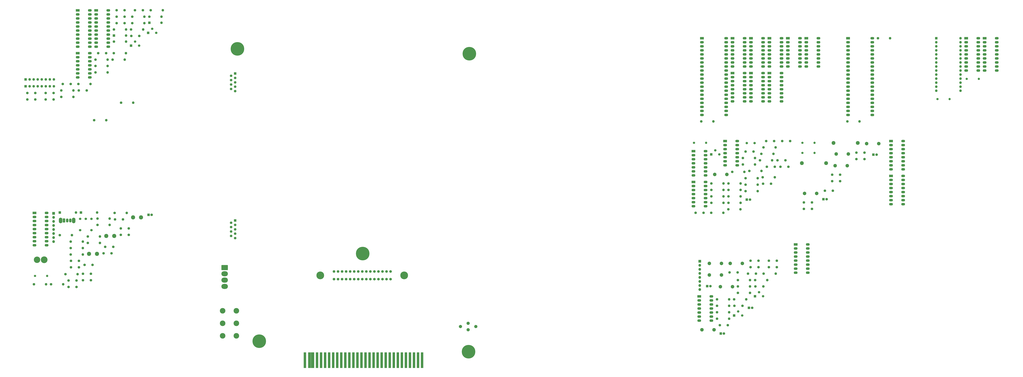
<source format=gbr>
%TF.GenerationSoftware,KiCad,Pcbnew,6.0.10-86aedd382b~118~ubuntu22.04.1*%
%TF.CreationDate,2023-02-04T15:51:51-05:00*%
%TF.ProjectId,coleco_original,636f6c65-636f-45f6-9f72-6967696e616c,rev?*%
%TF.SameCoordinates,Original*%
%TF.FileFunction,Copper,L2,Bot*%
%TF.FilePolarity,Positive*%
%FSLAX46Y46*%
G04 Gerber Fmt 4.6, Leading zero omitted, Abs format (unit mm)*
G04 Created by KiCad (PCBNEW 6.0.10-86aedd382b~118~ubuntu22.04.1) date 2023-02-04 15:51:51*
%MOMM*%
%LPD*%
G01*
G04 APERTURE LIST*
G04 Aperture macros list*
%AMRoundRect*
0 Rectangle with rounded corners*
0 $1 Rounding radius*
0 $2 $3 $4 $5 $6 $7 $8 $9 X,Y pos of 4 corners*
0 Add a 4 corners polygon primitive as box body*
4,1,4,$2,$3,$4,$5,$6,$7,$8,$9,$2,$3,0*
0 Add four circle primitives for the rounded corners*
1,1,$1+$1,$2,$3*
1,1,$1+$1,$4,$5*
1,1,$1+$1,$6,$7*
1,1,$1+$1,$8,$9*
0 Add four rect primitives between the rounded corners*
20,1,$1+$1,$2,$3,$4,$5,0*
20,1,$1+$1,$4,$5,$6,$7,0*
20,1,$1+$1,$6,$7,$8,$9,0*
20,1,$1+$1,$8,$9,$2,$3,0*%
G04 Aperture macros list end*
%TA.AperFunction,ComponentPad*%
%ADD10C,3.500000*%
%TD*%
%TA.AperFunction,ComponentPad*%
%ADD11C,2.000000*%
%TD*%
%TA.AperFunction,ComponentPad*%
%ADD12R,1.600000X1.600000*%
%TD*%
%TA.AperFunction,ComponentPad*%
%ADD13O,1.600000X1.600000*%
%TD*%
%TA.AperFunction,ComponentPad*%
%ADD14C,1.600000*%
%TD*%
%TA.AperFunction,ComponentPad*%
%ADD15R,2.400000X1.600000*%
%TD*%
%TA.AperFunction,ComponentPad*%
%ADD16O,2.400000X1.600000*%
%TD*%
%TA.AperFunction,ComponentPad*%
%ADD17C,2.600000*%
%TD*%
%TA.AperFunction,ComponentPad*%
%ADD18R,1.700000X1.700000*%
%TD*%
%TA.AperFunction,ComponentPad*%
%ADD19O,1.700000X1.700000*%
%TD*%
%TA.AperFunction,ComponentPad*%
%ADD20R,1.500000X1.500000*%
%TD*%
%TA.AperFunction,ComponentPad*%
%ADD21C,1.500000*%
%TD*%
%TA.AperFunction,ComponentPad*%
%ADD22C,2.200000*%
%TD*%
%TA.AperFunction,ComponentPad*%
%ADD23O,2.200000X2.200000*%
%TD*%
%TA.AperFunction,ConnectorPad*%
%ADD24R,1.524000X9.906000*%
%TD*%
%TA.AperFunction,ConnectorPad*%
%ADD25R,2.032000X9.906000*%
%TD*%
%TA.AperFunction,ConnectorPad*%
%ADD26R,1.778000X9.906000*%
%TD*%
%TA.AperFunction,ComponentPad*%
%ADD27C,1.400000*%
%TD*%
%TA.AperFunction,ComponentPad*%
%ADD28O,1.400000X1.400000*%
%TD*%
%TA.AperFunction,ComponentPad*%
%ADD29C,2.400000*%
%TD*%
%TA.AperFunction,ComponentPad*%
%ADD30O,2.400000X2.400000*%
%TD*%
%TA.AperFunction,ComponentPad*%
%ADD31C,8.500000*%
%TD*%
%TA.AperFunction,ComponentPad*%
%ADD32C,4.227000*%
%TD*%
%TA.AperFunction,ComponentPad*%
%ADD33C,4.039000*%
%TD*%
%TA.AperFunction,ComponentPad*%
%ADD34O,2.200000X3.500000*%
%TD*%
%TA.AperFunction,ComponentPad*%
%ADD35R,1.500000X2.500000*%
%TD*%
%TA.AperFunction,ComponentPad*%
%ADD36O,1.500000X2.500000*%
%TD*%
%TA.AperFunction,ComponentPad*%
%ADD37C,1.650000*%
%TD*%
%TA.AperFunction,ComponentPad*%
%ADD38C,4.875000*%
%TD*%
%TA.AperFunction,ComponentPad*%
%ADD39RoundRect,0.250000X-1.800000X1.330000X-1.800000X-1.330000X1.800000X-1.330000X1.800000X1.330000X0*%
%TD*%
%TA.AperFunction,ComponentPad*%
%ADD40O,4.100000X3.160000*%
%TD*%
%TA.AperFunction,ComponentPad*%
%ADD41C,1.524000*%
%TD*%
G04 APERTURE END LIST*
D10*
%TO.P,S2,1,A*%
%TO.N,+5C*%
X37719000Y-211372000D03*
%TO.P,S2,2,B*%
X37719000Y-203498000D03*
%TO.P,S2,3,C*%
%TO.N,Net-(L6-Pad1)*%
X37719000Y-195624000D03*
%TO.P,S2,4,A*%
%TO.N,+12C*%
X29083000Y-211372000D03*
%TO.P,S2,5,B*%
X29083000Y-203498000D03*
%TO.P,S2,6,C*%
%TO.N,Net-(L5-Pad1)*%
X29083000Y-195624000D03*
%TD*%
D11*
%TO.P,S1,1,A*%
%TO.N,/clock_reset_misc_logic/EXP_RESET*%
X183388000Y-203561000D03*
%TO.P,S1,2,B*%
%TO.N,GNDD*%
X183388000Y-207625000D03*
%TO.P,S1,NA*%
%TO.N,N/C*%
X188214000Y-205593000D03*
X178562000Y-205593000D03*
%TD*%
D12*
%TO.P,UR25,1,common*%
%TO.N,Net-(R65-Pad2)*%
X-94768000Y-54444331D03*
D13*
%TO.P,UR25,2,R1*%
%TO.N,Net-(J5-Pad7)*%
X-92228000Y-54444331D03*
%TO.P,UR25,3,R2*%
%TO.N,Net-(J5-Pad6)*%
X-89688000Y-54444331D03*
%TO.P,UR25,4,R3*%
%TO.N,Net-(C101-Pad2)*%
X-87148000Y-54444331D03*
%TO.P,UR25,5,R4*%
%TO.N,Net-(J5-Pad3)*%
X-84608000Y-54444331D03*
%TO.P,UR25,6,R5*%
%TO.N,Net-(J5-Pad2)*%
X-82068000Y-54444331D03*
%TO.P,UR25,7,R6*%
%TO.N,Net-(J5-Pad4)*%
X-79528000Y-54444331D03*
%TO.P,UR25,8,R7*%
%TO.N,Net-(J5-Pad1)*%
X-76988000Y-54444331D03*
%TD*%
D14*
%TO.P,C51,1*%
%TO.N,+5V*%
X412285000Y-114145000D03*
%TO.P,C51,2*%
%TO.N,GNDD*%
X417285000Y-114145000D03*
%TD*%
D15*
%TO.P,U10,1,VBB*%
%TO.N,-5V*%
X395995000Y-24215000D03*
D16*
%TO.P,U10,2,Din*%
%TO.N,/video/AD3*%
X395995000Y-26755000D03*
%TO.P,U10,3,~{WRITE}*%
%TO.N,Net-(U10-Pad3)*%
X395995000Y-29295000D03*
%TO.P,U10,4,~{RAS}*%
%TO.N,Net-(U10-Pad4)*%
X395995000Y-31835000D03*
%TO.P,U10,5,A0*%
%TO.N,/video/AD7*%
X395995000Y-34375000D03*
%TO.P,U10,6,A2*%
%TO.N,/video/AD5*%
X395995000Y-36915000D03*
%TO.P,U10,7,A1*%
%TO.N,/video/AD6*%
X395995000Y-39455000D03*
%TO.P,U10,8,VDD*%
%TO.N,+12V*%
X395995000Y-41995000D03*
%TO.P,U10,9,VCC*%
%TO.N,+5V*%
X403615000Y-41995000D03*
%TO.P,U10,10,A5*%
%TO.N,/video/AD2*%
X403615000Y-39455000D03*
%TO.P,U10,11,A4*%
%TO.N,/video/AD3*%
X403615000Y-36915000D03*
%TO.P,U10,12,A3*%
%TO.N,/video/AD4*%
X403615000Y-34375000D03*
%TO.P,U10,13,A6*%
%TO.N,/video/AD1*%
X403615000Y-31835000D03*
%TO.P,U10,14,Dout*%
%TO.N,Net-(U10-Pad14)*%
X403615000Y-29295000D03*
%TO.P,U10,15,~{CAS}*%
%TO.N,Net-(U10-Pad15)*%
X403615000Y-26755000D03*
%TO.P,U10,16,VSS*%
%TO.N,GNDD*%
X403615000Y-24215000D03*
%TD*%
D14*
%TO.P,C5,1*%
%TO.N,GNDD*%
X370805000Y-88845000D03*
%TO.P,C5,2*%
%TO.N,+5V*%
X375805000Y-88845000D03*
%TD*%
%TO.P,R8,1*%
%TO.N,+5V*%
X347075000Y-115595000D03*
D13*
%TO.P,R8,2*%
%TO.N,/clock_reset_misc_logic/RESET*%
X354695000Y-115595000D03*
%TD*%
D14*
%TO.P,R75,1*%
%TO.N,Net-(R6-Pad2)*%
X369105000Y-92895000D03*
D13*
%TO.P,R75,2*%
%TO.N,Net-(C70-Pad2)*%
X376725000Y-92895000D03*
%TD*%
D17*
%TO.P,RF_L2,1,1*%
%TO.N,Net-(RF_L2-Pad1)*%
X-54889000Y-159852000D03*
%TO.P,RF_L2,2,2*%
%TO.N,Net-(RF_C10-Pad1)*%
X-49889000Y-159852000D03*
%TD*%
D15*
%TO.P,U3,1,A6*%
%TO.N,/cpu/A6*%
X496555000Y-24215000D03*
D16*
%TO.P,U3,2,A5*%
%TO.N,/cpu/A5*%
X496555000Y-26755000D03*
%TO.P,U3,3,A4*%
%TO.N,/cpu/A4*%
X496555000Y-29295000D03*
%TO.P,U3,4,A3*%
%TO.N,/cpu/A3*%
X496555000Y-31835000D03*
%TO.P,U3,5,A0*%
%TO.N,/cpu/A0*%
X496555000Y-34375000D03*
%TO.P,U3,6,A1*%
%TO.N,/cpu/A1*%
X496555000Y-36915000D03*
%TO.P,U3,7,A2*%
%TO.N,/cpu/A2*%
X496555000Y-39455000D03*
%TO.P,U3,8,~{CS}*%
%TO.N,/decoder_logic/~{RAM_CS}*%
X496555000Y-41995000D03*
%TO.P,U3,9,GND*%
%TO.N,GNDD*%
X496555000Y-44535000D03*
%TO.P,U3,10,~{WE}*%
%TO.N,/cpu/~{WR}*%
X504175000Y-44535000D03*
%TO.P,U3,11,D3*%
%TO.N,/cpu/D3*%
X504175000Y-41995000D03*
%TO.P,U3,12,D2*%
%TO.N,/cpu/D2*%
X504175000Y-39455000D03*
%TO.P,U3,13,D1*%
%TO.N,/cpu/D1*%
X504175000Y-36915000D03*
%TO.P,U3,14,D0*%
%TO.N,/cpu/D0*%
X504175000Y-34375000D03*
%TO.P,U3,15,A9*%
%TO.N,/cpu/A9*%
X504175000Y-31835000D03*
%TO.P,U3,16,A8*%
%TO.N,/cpu/A8*%
X504175000Y-29295000D03*
%TO.P,U3,17,A7*%
%TO.N,/cpu/A7*%
X504175000Y-26755000D03*
%TO.P,U3,18,VCC*%
%TO.N,+5V*%
X504175000Y-24215000D03*
%TD*%
D14*
%TO.P,R25,1*%
%TO.N,Net-(R23-Pad2)*%
X-27718000Y-10634331D03*
D13*
%TO.P,R25,2*%
%TO.N,-5VL*%
X-20098000Y-10634331D03*
%TD*%
D14*
%TO.P,RF_R1,1*%
%TO.N,/rf_mod/sub_rf_mod/5*%
X-69719000Y-172592000D03*
D13*
%TO.P,RF_R1,2*%
%TO.N,/rf_mod/sub_rf_mod/2*%
X-62099000Y-172592000D03*
%TD*%
D18*
%TO.P,J4A1,1,Pin_1*%
%TO.N,GNDD*%
X329027000Y-164469000D03*
D19*
%TO.P,J4A1,2,Pin_2*%
%TO.N,/rf_mod/sub_rf_mod/2*%
X329027000Y-167009000D03*
%TO.P,J4A1,3,Pin_3*%
%TO.N,/rf_mod/sub_rf_mod/3*%
X329027000Y-169549000D03*
%TO.P,J4A1,4,Pin_4*%
%TO.N,VDDF*%
X329027000Y-172089000D03*
%TO.P,J4A1,5,Pin_5*%
%TO.N,/rf_mod/sub_rf_mod/5*%
X329027000Y-174629000D03*
%TO.P,J4A1,6,Pin_6*%
%TO.N,/rf_mod/sub_rf_mod/6*%
X329027000Y-177169000D03*
%TO.P,J4A1,7,Pin_7*%
%TO.N,/rf_mod/sub_rf_mod/7*%
X329027000Y-179709000D03*
%TO.P,J4A1,8,Pin_8*%
%TO.N,/rf_mod/sub_rf_mod/8*%
X329027000Y-182249000D03*
%TD*%
D14*
%TO.P,RF_R3,1*%
%TO.N,GNDD*%
X-73319000Y-148072000D03*
D13*
%TO.P,RF_R3,2*%
%TO.N,Net-(RF_C3-Pad2)*%
X-65699000Y-148072000D03*
%TD*%
D14*
%TO.P,RF_C3,1*%
%TO.N,Net-(RF_C3-Pad1)*%
X-67829000Y-176642000D03*
%TO.P,RF_C3,2*%
%TO.N,Net-(RF_C3-Pad2)*%
X-62829000Y-176642000D03*
%TD*%
D20*
%TO.P,Q2,1,E*%
%TO.N,+5V*%
X336265000Y-97245000D03*
D21*
%TO.P,Q2,2,B*%
%TO.N,Net-(C4-Pad1)*%
X338805000Y-94705000D03*
%TO.P,Q2,3,C*%
%TO.N,Net-(Q2-Pad3)*%
X341345000Y-97245000D03*
%TD*%
D14*
%TO.P,C48,1*%
%TO.N,GNDD*%
X407705000Y-120155000D03*
%TO.P,C48,2*%
%TO.N,+5C*%
X412705000Y-120155000D03*
%TD*%
%TO.P,R27,1*%
%TO.N,+5V*%
X-40098000Y-37634331D03*
D13*
%TO.P,R27,2*%
%TO.N,Net-(C65-Pad1)*%
X-32478000Y-37634331D03*
%TD*%
D14*
%TO.P,R76,1*%
%TO.N,VDDA*%
X339877000Y-192519000D03*
D13*
%TO.P,R76,2*%
%TO.N,Net-(C68-Pad2)*%
X347497000Y-192519000D03*
%TD*%
D15*
%TO.P,U24,1*%
%TO.N,Net-(R23-Pad2)*%
X-62068000Y-33634331D03*
D16*
%TO.P,U24,2*%
%TO.N,/controller/~{CTRL_EN_1}*%
X-62068000Y-36174331D03*
%TO.P,U24,3*%
%TO.N,Net-(R22-Pad2)*%
X-62068000Y-38714331D03*
%TO.P,U24,4*%
X-62068000Y-41254331D03*
%TO.P,U24,5*%
%TO.N,/controller/~{CTRL_EN_2}*%
X-62068000Y-43794331D03*
%TO.P,U24,6*%
%TO.N,Net-(R23-Pad2)*%
X-62068000Y-46334331D03*
%TO.P,U24,7,GND*%
%TO.N,GNDD*%
X-62068000Y-48874331D03*
%TO.P,U24,8*%
%TO.N,Net-(C104-Pad2)*%
X-54448000Y-48874331D03*
%TO.P,U24,9*%
%TO.N,Net-(C103-Pad2)*%
X-54448000Y-46334331D03*
%TO.P,U24,10*%
%TO.N,Net-(C19-Pad2)*%
X-54448000Y-43794331D03*
%TO.P,U24,11*%
%TO.N,Net-(C102-Pad2)*%
X-54448000Y-41254331D03*
%TO.P,U24,12*%
%TO.N,Net-(C101-Pad2)*%
X-54448000Y-38714331D03*
%TO.P,U24,13*%
%TO.N,Net-(C17-Pad2)*%
X-54448000Y-36174331D03*
%TO.P,U24,14,VCC*%
%TO.N,+5V*%
X-54448000Y-33634331D03*
%TD*%
D14*
%TO.P,R1,1*%
%TO.N,GNDD*%
X-16168000Y-6584331D03*
D13*
%TO.P,R1,2*%
%TO.N,/clock_reset_misc_logic/INT*%
X-8548000Y-6584331D03*
%TD*%
D22*
%TO.P,L9,1,1*%
%TO.N,/rf_mod/Y*%
X335027000Y-165819000D03*
D23*
%TO.P,L9,2,2*%
%TO.N,Net-(C64-Pad1)*%
X342647000Y-165819000D03*
%TD*%
D22*
%TO.P,L3,1,1*%
%TO.N,+12VL*%
X414125000Y-104395000D03*
D23*
%TO.P,L3,2,2*%
%TO.N,+12V*%
X421745000Y-104395000D03*
%TD*%
D12*
%TO.P,C34,1*%
%TO.N,GNDD*%
X406794775Y-125455000D03*
D14*
%TO.P,C34,2*%
%TO.N,-5V*%
X408794775Y-125455000D03*
%TD*%
%TO.P,R17,1*%
%TO.N,+5V*%
X347025000Y-131795000D03*
D13*
%TO.P,R17,2*%
%TO.N,/clock_reset_misc_logic/AUX_DECODE_2*%
X354645000Y-131795000D03*
%TD*%
D14*
%TO.P,R72,1*%
%TO.N,Net-(C101-Pad1)*%
X-16948000Y-10634331D03*
D13*
%TO.P,R72,2*%
%TO.N,+5V*%
X-9328000Y-10634331D03*
%TD*%
D14*
%TO.P,C90,1*%
%TO.N,Net-(C90-Pad1)*%
X377895000Y-100995000D03*
%TO.P,C90,2*%
%TO.N,Net-(C90-Pad2)*%
X382895000Y-100995000D03*
%TD*%
%TO.P,C101,1*%
%TO.N,Net-(C101-Pad1)*%
X-93718000Y-62694331D03*
%TO.P,C101,2*%
%TO.N,Net-(C101-Pad2)*%
X-88718000Y-62694331D03*
%TD*%
D15*
%TO.P,U6,1,A0*%
%TO.N,/cpu/~{WR}*%
X449295000Y-110795000D03*
D16*
%TO.P,U6,2,A1*%
%TO.N,/cpu/A5*%
X449295000Y-113335000D03*
%TO.P,U6,3,A2*%
%TO.N,/cpu/A6*%
X449295000Y-115875000D03*
%TO.P,U6,4,E1*%
%TO.N,/cpu/~{IORQ}*%
X449295000Y-118415000D03*
%TO.P,U6,5,E2*%
%TO.N,/clock_reset_misc_logic/~{AUD_DECODE_2}*%
X449295000Y-120955000D03*
%TO.P,U6,6,E3*%
%TO.N,/cpu/A7*%
X449295000Y-123495000D03*
%TO.P,U6,7,O7*%
%TO.N,/controller/~{CTRL_READ}*%
X449295000Y-126035000D03*
%TO.P,U6,8,GND*%
%TO.N,GNDD*%
X449295000Y-128575000D03*
%TO.P,U6,9,O6*%
%TO.N,/decoder_logic/~{SND_ENABLE}*%
X456915000Y-128575000D03*
%TO.P,U6,10,O5*%
%TO.N,unconnected-(U6-Pad10)*%
X456915000Y-126035000D03*
%TO.P,U6,11,O4*%
%TO.N,/controller/~{CTRL_EN_1}*%
X456915000Y-123495000D03*
%TO.P,U6,12,O3*%
%TO.N,/decoder_logic/~{CSR}*%
X456915000Y-120955000D03*
%TO.P,U6,13,O2*%
%TO.N,/decoder_logic/~{CSW}*%
X456915000Y-118415000D03*
%TO.P,U6,14,O1*%
%TO.N,unconnected-(U6-Pad14)*%
X456915000Y-115875000D03*
%TO.P,U6,15,O0*%
%TO.N,/controller/~{CTRL_EN_2}*%
X456915000Y-113335000D03*
%TO.P,U6,16,VCC*%
%TO.N,+5V*%
X456915000Y-110795000D03*
%TD*%
D12*
%TO.P,C87,1*%
%TO.N,/rf_mod/sub_rf_mod/5*%
X342236775Y-209969000D03*
D14*
%TO.P,C87,2*%
%TO.N,GNDD*%
X344236775Y-209969000D03*
%TD*%
%TO.P,C19,1*%
%TO.N,GNDD*%
X-37568000Y-6584331D03*
%TO.P,C19,2*%
%TO.N,Net-(C19-Pad2)*%
X-32568000Y-6584331D03*
%TD*%
%TO.P,R48,1*%
%TO.N,Net-(C69-Pad1)*%
X353047000Y-184419000D03*
D13*
%TO.P,R48,2*%
%TO.N,/io_ports/EXT_VIDEO_SEL*%
X360667000Y-184419000D03*
%TD*%
D22*
%TO.P,L17,1,1*%
%TO.N,+5V*%
X433975000Y-90495000D03*
D23*
%TO.P,L17,2,2*%
%TO.N,+5VD*%
X441595000Y-90495000D03*
%TD*%
D24*
%TO.P,J2,31,Pin_31*%
%TO.N,/io_ports/EXT_SOUND*%
X154432000Y-226707000D03*
%TO.P,J2,32,Pin_32*%
%TO.N,/io_ports/EXT_VIDEO_SEL*%
X151892000Y-226707000D03*
%TO.P,J2,33,Pin_33*%
%TO.N,/io_ports/EXT_VIDEO*%
X149352000Y-226707000D03*
%TO.P,J2,34,Pin_34*%
%TO.N,/clock_reset_misc_logic/EXP_RESET*%
X146812000Y-226707000D03*
%TO.P,J2,35,Pin_35*%
%TO.N,/clock_reset_misc_logic/SND_CLK*%
X144272000Y-226707000D03*
%TO.P,J2,36,Pin_36*%
%TO.N,/clock_reset_misc_logic/RESET*%
X141732000Y-226707000D03*
%TO.P,J2,37,Pin_37*%
%TO.N,/cpu/A11*%
X139192000Y-226707000D03*
%TO.P,J2,38,Pin_38*%
%TO.N,/cpu/A12*%
X136652000Y-226707000D03*
%TO.P,J2,39,Pin_39*%
%TO.N,/io_ports/~{VDP_RESET}*%
X134112000Y-226707000D03*
%TO.P,J2,40,Pin_40*%
%TO.N,Net-(J2-Pad40)*%
X131572000Y-226707000D03*
%TO.P,J2,41,Pin_41*%
%TO.N,unconnected-(J2-Pad41)*%
X129032000Y-226707000D03*
%TO.P,J2,42,Pin_42*%
%TO.N,unconnected-(J2-Pad42)*%
X126492000Y-226707000D03*
%TO.P,J2,43,Pin_43*%
%TO.N,/cpu/A15*%
X123952000Y-226707000D03*
%TO.P,J2,44,Pin_44*%
%TO.N,/cpu/A3*%
X121412000Y-226707000D03*
%TO.P,J2,45,Pin_45*%
%TO.N,/clock_reset_misc_logic/~{CLK}*%
X118872000Y-226707000D03*
%TO.P,J2,46,Pin_46*%
%TO.N,/cpu/D2*%
X116332000Y-226707000D03*
%TO.P,J2,47,Pin_47*%
%TO.N,/cpu/A0*%
X113792000Y-226707000D03*
%TO.P,J2,48,Pin_48*%
%TO.N,/cpu/D5*%
X111252000Y-226707000D03*
%TO.P,J2,49,Pin_49*%
%TO.N,/clock_reset_misc_logic/~{RFSH}*%
X108712000Y-226707000D03*
%TO.P,J2,50,Pin_50*%
%TO.N,/clock_reset_misc_logic/~{WAIT}*%
X106172000Y-226707000D03*
%TO.P,J2,51,Pin_51*%
%TO.N,/clock_reset_misc_logic/~{INT}*%
X103632000Y-226707000D03*
%TO.P,J2,52,Pin_52*%
%TO.N,/cpu/~{BUSAK}*%
X101092000Y-226707000D03*
%TO.P,J2,53,Pin_53*%
%TO.N,/cpu/~{RD}*%
X98552000Y-226707000D03*
%TO.P,J2,54,Pin_54*%
%TO.N,/cpu/~{MREQ}*%
X96012000Y-226707000D03*
%TO.P,J2,55,Pin_55*%
%TO.N,/cpu/~{IORQ}*%
X93472000Y-226707000D03*
%TO.P,J2,56,Pin_56*%
%TO.N,/io_ports/SND_OUT*%
X90932000Y-226707000D03*
%TO.P,J2,57,Pin_57*%
%TO.N,+12VL*%
X88392000Y-226707000D03*
D25*
%TO.P,J2,58,Pin_58*%
%TO.N,+5V*%
X85598000Y-226707000D03*
D26*
%TO.P,J2,59,Pin_59*%
X83693000Y-226707000D03*
D24*
%TO.P,J2,60,Pin_60*%
%TO.N,-5VL*%
X80772000Y-226707000D03*
%TD*%
D12*
%TO.P,J5,1,1*%
%TO.N,Net-(J5-Pad1)*%
X36978331Y-46405000D03*
D14*
%TO.P,J5,2,2*%
%TO.N,Net-(J5-Pad2)*%
X36978331Y-49175000D03*
%TO.P,J5,3,3*%
%TO.N,Net-(J5-Pad3)*%
X36978331Y-51945000D03*
%TO.P,J5,4,4*%
%TO.N,Net-(J5-Pad4)*%
X36978331Y-54715000D03*
%TO.P,J5,5,5*%
%TO.N,Net-(C98-Pad2)*%
X36978331Y-57485000D03*
%TO.P,J5,6,6*%
%TO.N,Net-(J5-Pad6)*%
X34438331Y-47790000D03*
%TO.P,J5,7,7*%
%TO.N,Net-(J5-Pad7)*%
X34438331Y-50560000D03*
%TO.P,J5,8,8*%
%TO.N,Net-(C99-Pad1)*%
X34438331Y-53330000D03*
%TO.P,J5,9,9*%
%TO.N,Net-(J5-Pad9)*%
X34438331Y-56100000D03*
%TD*%
D15*
%TO.P,U15,1,VBB*%
%TO.N,-5V*%
X372795000Y-24215000D03*
D16*
%TO.P,U15,2,Din*%
%TO.N,/video/AD5*%
X372795000Y-26755000D03*
%TO.P,U15,3,~{WRITE}*%
%TO.N,Net-(U10-Pad3)*%
X372795000Y-29295000D03*
%TO.P,U15,4,~{RAS}*%
%TO.N,Net-(U10-Pad4)*%
X372795000Y-31835000D03*
%TO.P,U15,5,A0*%
%TO.N,/video/AD7*%
X372795000Y-34375000D03*
%TO.P,U15,6,A2*%
%TO.N,/video/AD5*%
X372795000Y-36915000D03*
%TO.P,U15,7,A1*%
%TO.N,/video/AD6*%
X372795000Y-39455000D03*
%TO.P,U15,8,VDD*%
%TO.N,+12V*%
X372795000Y-41995000D03*
%TO.P,U15,9,VCC*%
%TO.N,+5V*%
X380415000Y-41995000D03*
%TO.P,U15,10,A5*%
%TO.N,/video/AD2*%
X380415000Y-39455000D03*
%TO.P,U15,11,A4*%
%TO.N,/video/AD3*%
X380415000Y-36915000D03*
%TO.P,U15,12,A3*%
%TO.N,/video/AD4*%
X380415000Y-34375000D03*
%TO.P,U15,13,A6*%
%TO.N,/video/AD1*%
X380415000Y-31835000D03*
%TO.P,U15,14,Dout*%
%TO.N,Net-(U15-Pad14)*%
X380415000Y-29295000D03*
%TO.P,U15,15,~{CAS}*%
%TO.N,Net-(U10-Pad15)*%
X380415000Y-26755000D03*
%TO.P,U15,16,VSS*%
%TO.N,GNDD*%
X380415000Y-24215000D03*
%TD*%
D12*
%TO.P,C3,1*%
%TO.N,/clock_reset_misc_logic/EXP_RESET*%
X358634775Y-125695000D03*
D14*
%TO.P,C3,2*%
%TO.N,GNDD*%
X360634775Y-125695000D03*
%TD*%
%TO.P,RF_C9,1*%
%TO.N,Net-(RF_C10-Pad2)*%
X-45739000Y-159522000D03*
%TO.P,RF_C9,2*%
%TO.N,GNDD*%
X-40739000Y-159522000D03*
%TD*%
D27*
%TO.P,WJ1,1,A*%
%TO.N,Net-(C70-Pad2)*%
X325405000Y-89995000D03*
D28*
%TO.P,WJ1,2,B*%
%TO.N,Net-(C70-Pad1)*%
X333025000Y-89995000D03*
%TD*%
D14*
%TO.P,RF_C6,1*%
%TO.N,Net-(RF_C6-Pad1)*%
X-58749000Y-172372000D03*
%TO.P,RF_C6,2*%
%TO.N,Net-(RF_C12-Pad2)*%
X-53749000Y-172372000D03*
%TD*%
%TO.P,R11,1*%
%TO.N,Net-(C4-Pad1)*%
X336305000Y-119645000D03*
D13*
%TO.P,R11,2*%
%TO.N,+5V*%
X343925000Y-119645000D03*
%TD*%
D14*
%TO.P,R70,1*%
%TO.N,Net-(C103-Pad1)*%
X-39318000Y-33584331D03*
D13*
%TO.P,R70,2*%
%TO.N,+5V*%
X-31698000Y-33584331D03*
%TD*%
D12*
%TO.P,CR1,1,K*%
%TO.N,/clock_reset_misc_logic/INT*%
X-16948000Y-14434331D03*
D13*
%TO.P,CR1,2,A*%
%TO.N,Net-(C61-Pad1)*%
X-9328000Y-14434331D03*
%TD*%
D14*
%TO.P,R78,1*%
%TO.N,Net-(R77-Pad1)*%
X336255000Y-133995000D03*
D13*
%TO.P,R78,2*%
%TO.N,/clock_reset_misc_logic/EXP_RESET*%
X343875000Y-133995000D03*
%TD*%
D15*
%TO.P,U9,1,~{RAS}*%
%TO.N,Net-(U10-Pad4)*%
X330395000Y-24215000D03*
D16*
%TO.P,U9,2,~{CAS}*%
%TO.N,Net-(U10-Pad15)*%
X330395000Y-26755000D03*
%TO.P,U9,3,AD7*%
%TO.N,/video/AD7*%
X330395000Y-29295000D03*
%TO.P,U9,4,AD6*%
%TO.N,/video/AD6*%
X330395000Y-31835000D03*
%TO.P,U9,5,AD5*%
%TO.N,/video/AD5*%
X330395000Y-34375000D03*
%TO.P,U9,6,AD4*%
%TO.N,/video/AD4*%
X330395000Y-36915000D03*
%TO.P,U9,7,AD3*%
%TO.N,/video/AD3*%
X330395000Y-39455000D03*
%TO.P,U9,8,AD2*%
%TO.N,/video/AD2*%
X330395000Y-41995000D03*
%TO.P,U9,9,AD1*%
%TO.N,/video/AD1*%
X330395000Y-44535000D03*
%TO.P,U9,10,AD0*%
%TO.N,/video/AD0*%
X330395000Y-47075000D03*
%TO.P,U9,11,R/~{W}*%
%TO.N,Net-(U10-Pad3)*%
X330395000Y-49615000D03*
%TO.P,U9,12,VSS*%
%TO.N,GNDD*%
X330395000Y-52155000D03*
%TO.P,U9,13,MODE*%
%TO.N,/cpu/A0*%
X330395000Y-54695000D03*
%TO.P,U9,14,~{CSW}*%
%TO.N,/decoder_logic/~{CSW}*%
X330395000Y-57235000D03*
%TO.P,U9,15,~{CSR}*%
%TO.N,/decoder_logic/~{CSR}*%
X330395000Y-59775000D03*
%TO.P,U9,16,~{INT}*%
%TO.N,/cpu/~{NMI}*%
X330395000Y-62315000D03*
%TO.P,U9,17,CD7*%
%TO.N,/cpu/D0*%
X330395000Y-64855000D03*
%TO.P,U9,18,CD6*%
%TO.N,/cpu/D1*%
X330395000Y-67395000D03*
%TO.P,U9,19,CD5*%
%TO.N,/cpu/D2*%
X330395000Y-69935000D03*
%TO.P,U9,20,CD4*%
%TO.N,/cpu/D3*%
X330395000Y-72475000D03*
%TO.P,U9,21,CD3*%
%TO.N,/cpu/D4*%
X345635000Y-72475000D03*
%TO.P,U9,22,CD2*%
%TO.N,/cpu/D5*%
X345635000Y-69935000D03*
%TO.P,U9,23,CD1*%
%TO.N,/cpu/D6*%
X345635000Y-67395000D03*
%TO.P,U9,24,CD0*%
%TO.N,/cpu/D7*%
X345635000Y-64855000D03*
%TO.P,U9,25,RD7*%
%TO.N,Net-(U11-Pad14)*%
X345635000Y-62315000D03*
%TO.P,U9,26,RD6*%
%TO.N,Net-(U13-Pad14)*%
X345635000Y-59775000D03*
%TO.P,U9,27,RD5*%
%TO.N,Net-(U15-Pad14)*%
X345635000Y-57235000D03*
%TO.P,U9,28,RD4*%
%TO.N,Net-(U17-Pad14)*%
X345635000Y-54695000D03*
%TO.P,U9,29,RD3*%
%TO.N,Net-(U10-Pad14)*%
X345635000Y-52155000D03*
%TO.P,U9,30,RD2*%
%TO.N,Net-(U12-Pad14)*%
X345635000Y-49615000D03*
%TO.P,U9,31,RD1*%
%TO.N,Net-(U14-Pad14)*%
X345635000Y-47075000D03*
%TO.P,U9,32,RD0*%
%TO.N,Net-(U16-Pad14)*%
X345635000Y-44535000D03*
%TO.P,U9,33,VCC*%
%TO.N,+5VD*%
X345635000Y-41995000D03*
%TO.P,U9,34,~{RESET}*%
%TO.N,/io_ports/~{VDP_RESET}*%
X345635000Y-39455000D03*
%TO.P,U9,35,B-Y*%
%TO.N,/rf_mod/B-Y*%
X345635000Y-36915000D03*
%TO.P,U9,36,Y*%
%TO.N,/rf_mod/Y*%
X345635000Y-34375000D03*
%TO.P,U9,37,GROMCLK*%
%TO.N,unconnected-(U9-Pad37)*%
X345635000Y-31835000D03*
%TO.P,U9,38,R-Y*%
%TO.N,/rf_mod/R-Y*%
X345635000Y-29295000D03*
%TO.P,U9,39,XTAL2*%
%TO.N,unconnected-(U9-Pad39)*%
X345635000Y-26755000D03*
%TO.P,U9,40,XTAL1*%
%TO.N,/clock_reset_misc_logic/VDP_CLK*%
X345635000Y-24215000D03*
%TD*%
D14*
%TO.P,RF_R12,1*%
%TO.N,Net-(RF_C7-Pad1)*%
X-89569000Y-178942000D03*
D13*
%TO.P,RF_R12,2*%
%TO.N,Net-(RF_D2-Pad1)*%
X-81949000Y-178942000D03*
%TD*%
D14*
%TO.P,C41,1*%
%TO.N,GNDD*%
X427555000Y-100245000D03*
%TO.P,C41,2*%
%TO.N,-5V*%
X432555000Y-100245000D03*
%TD*%
%TO.P,RF_R10,1*%
%TO.N,VDDF*%
X-66459000Y-152122000D03*
D13*
%TO.P,RF_R10,2*%
%TO.N,/rf_mod/sub_rf_mod/2*%
X-58839000Y-152122000D03*
%TD*%
D14*
%TO.P,RF_C7,1*%
%TO.N,Net-(RF_C7-Pad1)*%
X-66259000Y-164272000D03*
%TO.P,RF_C7,2*%
%TO.N,Net-(RF_C7-Pad2)*%
X-61259000Y-164272000D03*
%TD*%
%TO.P,C66,1*%
%TO.N,/rf_mod/sub_rf_mod/3*%
X372517000Y-168219000D03*
%TO.P,C66,2*%
%TO.N,Net-(C62-Pad1)*%
X377517000Y-168219000D03*
%TD*%
D12*
%TO.P,U2,1,VPP*%
%TO.N,+5V*%
X477755000Y-24215000D03*
D13*
%TO.P,U2,2,A12*%
%TO.N,/cpu/A12*%
X477755000Y-26755000D03*
%TO.P,U2,3,A7*%
%TO.N,/cpu/A7*%
X477755000Y-29295000D03*
%TO.P,U2,4,A6*%
%TO.N,/cpu/A6*%
X477755000Y-31835000D03*
%TO.P,U2,5,A5*%
%TO.N,/cpu/A5*%
X477755000Y-34375000D03*
%TO.P,U2,6,A4*%
%TO.N,/cpu/A4*%
X477755000Y-36915000D03*
%TO.P,U2,7,A3*%
%TO.N,/cpu/A3*%
X477755000Y-39455000D03*
%TO.P,U2,8,A2*%
%TO.N,/cpu/A2*%
X477755000Y-41995000D03*
%TO.P,U2,9,A1*%
%TO.N,/cpu/A1*%
X477755000Y-44535000D03*
%TO.P,U2,10,A0*%
%TO.N,/cpu/A0*%
X477755000Y-47075000D03*
%TO.P,U2,11,D0*%
%TO.N,/cpu/D0*%
X477755000Y-49615000D03*
%TO.P,U2,12,D1*%
%TO.N,/cpu/D1*%
X477755000Y-52155000D03*
%TO.P,U2,13,D2*%
%TO.N,/cpu/D2*%
X477755000Y-54695000D03*
%TO.P,U2,14,GND*%
%TO.N,GNDD*%
X477755000Y-57235000D03*
%TO.P,U2,15,D3*%
%TO.N,/cpu/D3*%
X492995000Y-57235000D03*
%TO.P,U2,16,D4*%
%TO.N,/cpu/D4*%
X492995000Y-54695000D03*
%TO.P,U2,17,D5*%
%TO.N,/cpu/D5*%
X492995000Y-52155000D03*
%TO.P,U2,18,D6*%
%TO.N,/cpu/D6*%
X492995000Y-49615000D03*
%TO.P,U2,19,D7*%
%TO.N,/cpu/D7*%
X492995000Y-47075000D03*
%TO.P,U2,20,~{CE}*%
%TO.N,Net-(JP1-Pad1)*%
X492995000Y-44535000D03*
%TO.P,U2,21,A10*%
%TO.N,/cpu/A10*%
X492995000Y-41995000D03*
%TO.P,U2,22,~{OE}*%
%TO.N,/decoder_logic/~{ROM_ENABLE}*%
X492995000Y-39455000D03*
%TO.P,U2,23,A11*%
%TO.N,Net-(JP2-Pad2)*%
X492995000Y-36915000D03*
%TO.P,U2,24,A9*%
%TO.N,/cpu/A9*%
X492995000Y-34375000D03*
%TO.P,U2,25,A8*%
%TO.N,/cpu/A8*%
X492995000Y-31835000D03*
%TO.P,U2,26,A13*%
%TO.N,+5V*%
X492995000Y-29295000D03*
%TO.P,U2,27,A14*%
X492995000Y-26755000D03*
%TO.P,U2,28,VCC*%
X492995000Y-24215000D03*
%TD*%
D14*
%TO.P,R20,1*%
%TO.N,Net-(J6-Pad9)*%
X-27718000Y-14684331D03*
D13*
%TO.P,R20,2*%
%TO.N,Net-(C19-Pad2)*%
X-20098000Y-14684331D03*
%TD*%
D14*
%TO.P,R15,1*%
%TO.N,+5V*%
X357845000Y-120395000D03*
D13*
%TO.P,R15,2*%
%TO.N,/clock_reset_misc_logic/~{WAIT}*%
X365465000Y-120395000D03*
%TD*%
D14*
%TO.P,C49,1*%
%TO.N,GNDD*%
X427555000Y-96195000D03*
%TO.P,C49,2*%
%TO.N,-5VL*%
X432555000Y-96195000D03*
%TD*%
%TO.P,C46,1*%
%TO.N,GNDD*%
X394535000Y-131555000D03*
%TO.P,C46,2*%
%TO.N,-5C*%
X399535000Y-131555000D03*
%TD*%
%TO.P,R69,1*%
%TO.N,Net-(C102-Pad2)*%
X-39268000Y-26334331D03*
D13*
%TO.P,R69,2*%
%TO.N,Net-(C102-Pad1)*%
X-31648000Y-26334331D03*
%TD*%
D14*
%TO.P,C12,1*%
%TO.N,+5V*%
X-82168000Y-62694331D03*
%TO.P,C12,2*%
%TO.N,GNDD*%
X-77168000Y-62694331D03*
%TD*%
D12*
%TO.P,J6,1,1*%
%TO.N,Net-(J6-Pad1)*%
X36978331Y-138861000D03*
D14*
%TO.P,J6,2,2*%
%TO.N,Net-(J6-Pad2)*%
X36978331Y-141631000D03*
%TO.P,J6,3,3*%
%TO.N,Net-(J6-Pad3)*%
X36978331Y-144401000D03*
%TO.P,J6,4,4*%
%TO.N,Net-(J6-Pad4)*%
X36978331Y-147171000D03*
%TO.P,J6,5,5*%
%TO.N,Net-(C98-Pad2)*%
X36978331Y-149941000D03*
%TO.P,J6,6,6*%
%TO.N,Net-(J6-Pad6)*%
X34438331Y-140246000D03*
%TO.P,J6,7,7*%
%TO.N,Net-(J6-Pad7)*%
X34438331Y-143016000D03*
%TO.P,J6,8,8*%
%TO.N,Net-(C99-Pad1)*%
X34438331Y-145786000D03*
%TO.P,J6,9,9*%
%TO.N,Net-(J6-Pad9)*%
X34438331Y-148556000D03*
%TD*%
%TO.P,R6,1*%
%TO.N,Net-(C1-Pad1)*%
X336305000Y-123695000D03*
D13*
%TO.P,R6,2*%
%TO.N,Net-(R6-Pad2)*%
X343925000Y-123695000D03*
%TD*%
D14*
%TO.P,R14,1*%
%TO.N,/cpu/~{HALT}*%
X441055000Y-24165000D03*
D13*
%TO.P,R14,2*%
%TO.N,+5V*%
X448675000Y-24165000D03*
%TD*%
D20*
%TO.P,Q5,1,E*%
%TO.N,GNDD*%
X-28538000Y-28884331D03*
D21*
%TO.P,Q5,2,B*%
%TO.N,Net-(C104-Pad1)*%
X-25998000Y-26344331D03*
%TO.P,Q5,3,C*%
%TO.N,Net-(C103-Pad1)*%
X-23458000Y-28884331D03*
%TD*%
D14*
%TO.P,C57,1*%
%TO.N,VDDF*%
X360967000Y-164169000D03*
%TO.P,C57,2*%
%TO.N,GNDD*%
X365967000Y-164169000D03*
%TD*%
D29*
%TO.P,L5,1,1*%
%TO.N,Net-(L5-Pad1)*%
X413085000Y-90095000D03*
D30*
%TO.P,L5,2,2*%
%TO.N,+12VL*%
X428325000Y-90095000D03*
%TD*%
D14*
%TO.P,RF_C2,1*%
%TO.N,GNDD*%
X-44719000Y-155472000D03*
%TO.P,RF_C2,2*%
%TO.N,/rf_mod/sub_rf_mod/2*%
X-39719000Y-155472000D03*
%TD*%
D31*
%TO.P,H1,1,1*%
%TO.N,GNDD*%
X52070000Y-214769000D03*
%TD*%
D15*
%TO.P,U19,1,G1*%
%TO.N,/controller/~{CTRL_READ}*%
X-62068000Y-6634331D03*
D16*
%TO.P,U19,2,A0*%
%TO.N,Net-(J5-Pad1)*%
X-62068000Y-9174331D03*
%TO.P,U19,3,A1*%
%TO.N,Net-(J5-Pad4)*%
X-62068000Y-11714331D03*
%TO.P,U19,4,A2*%
%TO.N,Net-(J5-Pad2)*%
X-62068000Y-14254331D03*
%TO.P,U19,5,A3*%
%TO.N,Net-(J5-Pad3)*%
X-62068000Y-16794331D03*
%TO.P,U19,6,A4*%
%TO.N,Net-(C101-Pad2)*%
X-62068000Y-19334331D03*
%TO.P,U19,7,A5*%
%TO.N,Net-(J5-Pad7)*%
X-62068000Y-21874331D03*
%TO.P,U19,8,A6*%
%TO.N,Net-(J5-Pad6)*%
X-62068000Y-24414331D03*
%TO.P,U19,9,A7*%
%TO.N,Net-(C102-Pad2)*%
X-62068000Y-26954331D03*
%TO.P,U19,10,GND*%
%TO.N,GNDD*%
X-62068000Y-29494331D03*
%TO.P,U19,11,Y7*%
%TO.N,/cpu/D7*%
X-54448000Y-29494331D03*
%TO.P,U19,12,Y6*%
%TO.N,/cpu/D6*%
X-54448000Y-26954331D03*
%TO.P,U19,13,Y5*%
%TO.N,/cpu/D5*%
X-54448000Y-24414331D03*
%TO.P,U19,14,Y4*%
%TO.N,/cpu/D4*%
X-54448000Y-21874331D03*
%TO.P,U19,15,Y3*%
%TO.N,/cpu/D3*%
X-54448000Y-19334331D03*
%TO.P,U19,16,Y2*%
%TO.N,/cpu/D2*%
X-54448000Y-16794331D03*
%TO.P,U19,17,Y1*%
%TO.N,/cpu/D1*%
X-54448000Y-14254331D03*
%TO.P,U19,18,Y0*%
%TO.N,/cpu/D0*%
X-54448000Y-11714331D03*
%TO.P,U19,19,G2*%
%TO.N,/cpu/A1*%
X-54448000Y-9174331D03*
%TO.P,U19,20,VCC*%
%TO.N,+5V*%
X-54448000Y-6634331D03*
%TD*%
D31*
%TO.P,H5,1,1*%
%TO.N,GND*%
X117094000Y-159651000D03*
%TD*%
D15*
%TO.P,U5,1,A0*%
%TO.N,/cpu/A13*%
X449295000Y-88895000D03*
D16*
%TO.P,U5,2,A1*%
%TO.N,/cpu/A14*%
X449295000Y-91435000D03*
%TO.P,U5,3,A2*%
%TO.N,/cpu/A15*%
X449295000Y-93975000D03*
%TO.P,U5,4,E1*%
%TO.N,/cpu/~{MREQ}*%
X449295000Y-96515000D03*
%TO.P,U5,5,E2*%
%TO.N,/clock_reset_misc_logic/RFSH*%
X449295000Y-99055000D03*
%TO.P,U5,6,E3*%
%TO.N,/decoder_logic/AUX_DECODE_1*%
X449295000Y-101595000D03*
%TO.P,U5,7,O7*%
%TO.N,/decoder_logic/~{CS_hE000}*%
X449295000Y-104135000D03*
%TO.P,U5,8,GND*%
%TO.N,GNDD*%
X449295000Y-106675000D03*
%TO.P,U5,9,O6*%
%TO.N,/decoder_logic/~{CS_hC000}*%
X456915000Y-106675000D03*
%TO.P,U5,10,O5*%
%TO.N,/decoder_logic/~{CS_hA000}*%
X456915000Y-104135000D03*
%TO.P,U5,11,O4*%
%TO.N,/decoder_logic/~{CS_h8000}*%
X456915000Y-101595000D03*
%TO.P,U5,12,O3*%
%TO.N,/decoder_logic/~{RAM_CS}*%
X456915000Y-99055000D03*
%TO.P,U5,13,O2*%
%TO.N,/decoder_logic/~{CS_h4000}*%
X456915000Y-96515000D03*
%TO.P,U5,14,O1*%
%TO.N,/decoder_logic/~{CS_h2000}*%
X456915000Y-93975000D03*
%TO.P,U5,15,O0*%
%TO.N,/decoder_logic/~{ROM_ENABLE}*%
X456915000Y-91435000D03*
%TO.P,U5,16,VCC*%
%TO.N,+5V*%
X456915000Y-88895000D03*
%TD*%
D14*
%TO.P,R34,1*%
%TO.N,/clock_reset_misc_logic/~{CTRL_READ_2}*%
X368615000Y-111695000D03*
D13*
%TO.P,R34,2*%
%TO.N,+5V*%
X376235000Y-111695000D03*
%TD*%
D22*
%TO.P,L10,1,1*%
%TO.N,VDDF*%
X335027000Y-173169000D03*
D23*
%TO.P,L10,2,2*%
%TO.N,VDDA*%
X342647000Y-173169000D03*
%TD*%
D32*
%TO.P,RF_J1,1*%
%TO.N,N/C*%
X-83075000Y-163535000D03*
D33*
%TO.P,RF_J1,2*%
X-87575000Y-163535000D03*
%TD*%
D14*
%TO.P,R37,1*%
%TO.N,+5V*%
X347075000Y-127745000D03*
D13*
%TO.P,R37,2*%
%TO.N,/clock_reset_misc_logic/~{INT}*%
X354695000Y-127745000D03*
%TD*%
D34*
%TO.P,RF_SW1,*%
%TO.N,*%
X-72769000Y-138822000D03*
X-64569000Y-138822000D03*
D35*
%TO.P,RF_SW1,1,A*%
%TO.N,Net-(RF_C6-Pad1)*%
X-70669000Y-138822000D03*
D36*
%TO.P,RF_SW1,2,B*%
%TO.N,Net-(RF_C12-Pad1)*%
X-68669000Y-138822000D03*
%TO.P,RF_SW1,3,C*%
%TO.N,unconnected-(RF_SW1-Pad3)*%
X-66669000Y-138822000D03*
%TD*%
D14*
%TO.P,C92,1*%
%TO.N,Net-(C91-Pad2)*%
X371215000Y-105045000D03*
%TO.P,C92,2*%
%TO.N,Net-(C90-Pad2)*%
X376215000Y-105045000D03*
%TD*%
%TO.P,R67,1*%
%TO.N,GNDD*%
X-72318000Y-57034331D03*
D13*
%TO.P,R67,2*%
%TO.N,Net-(R65-Pad2)*%
X-64698000Y-57034331D03*
%TD*%
D14*
%TO.P,C67,1*%
%TO.N,Net-(C63-Pad1)*%
X372517000Y-164169000D03*
%TO.P,C67,2*%
%TO.N,/rf_mod/sub_rf_mod/7*%
X377517000Y-164169000D03*
%TD*%
%TO.P,C4,1*%
%TO.N,Net-(C4-Pad1)*%
X368815000Y-115745000D03*
%TO.P,C4,2*%
%TO.N,Net-(C4-Pad2)*%
X373815000Y-115745000D03*
%TD*%
D15*
%TO.P,U7,1*%
%TO.N,/cpu/A1*%
X325105000Y-114645000D03*
D16*
%TO.P,U7,2*%
%TO.N,/clock_reset_misc_logic/~{CTRL_READ_2}*%
X325105000Y-117185000D03*
%TO.P,U7,3*%
%TO.N,Net-(U7-Pad3)*%
X325105000Y-119725000D03*
%TO.P,U7,4*%
%TO.N,/clock_reset_misc_logic/~{WAIT}*%
X325105000Y-122265000D03*
%TO.P,U7,5*%
%TO.N,/clock_reset_misc_logic/AUX_DECODE_2*%
X325105000Y-124805000D03*
%TO.P,U7,6*%
%TO.N,/clock_reset_misc_logic/~{AUD_DECODE_2}*%
X325105000Y-127345000D03*
%TO.P,U7,7,GND*%
%TO.N,GNDD*%
X325105000Y-129885000D03*
%TO.P,U7,8*%
%TO.N,/clock_reset_misc_logic/~{INT}*%
X332725000Y-129885000D03*
%TO.P,U7,9*%
%TO.N,/clock_reset_misc_logic/INT*%
X332725000Y-127345000D03*
%TO.P,U7,10*%
%TO.N,/clock_reset_misc_logic/~{RESET}*%
X332725000Y-124805000D03*
%TO.P,U7,11*%
%TO.N,/clock_reset_misc_logic/RESET*%
X332725000Y-122265000D03*
%TO.P,U7,12*%
X332725000Y-119725000D03*
%TO.P,U7,13*%
%TO.N,Net-(R77-Pad1)*%
X332725000Y-117185000D03*
%TO.P,U7,14,VCC*%
%TO.N,+5V*%
X332725000Y-114645000D03*
%TD*%
D14*
%TO.P,RF_C8,1*%
%TO.N,Net-(RF_C1-Pad1)*%
X-58749000Y-176422000D03*
%TO.P,RF_C8,2*%
%TO.N,GNDD*%
X-53749000Y-176422000D03*
%TD*%
D27*
%TO.P,WJ5,1,A*%
%TO.N,/cpu/A11*%
X478455000Y-62465000D03*
D28*
%TO.P,WJ5,2,B*%
%TO.N,Net-(JP2-Pad2)*%
X486075000Y-62465000D03*
%TD*%
D27*
%TO.P,WJ3,1,A*%
%TO.N,VDDA*%
X393535000Y-89995000D03*
D28*
%TO.P,WJ3,2,B*%
%TO.N,+5V*%
X401155000Y-89995000D03*
%TD*%
D14*
%TO.P,C62,1*%
%TO.N,Net-(C62-Pad1)*%
X364017000Y-180369000D03*
%TO.P,C62,2*%
%TO.N,GNDD*%
X369017000Y-180369000D03*
%TD*%
%TO.P,R41,1*%
%TO.N,Net-(C63-Pad1)*%
X353047000Y-180369000D03*
D13*
%TO.P,R41,2*%
%TO.N,GNDD*%
X360667000Y-180369000D03*
%TD*%
D14*
%TO.P,C70,1*%
%TO.N,Net-(C70-Pad1)*%
X379765000Y-105045000D03*
%TO.P,C70,2*%
%TO.N,Net-(C70-Pad2)*%
X384765000Y-105045000D03*
%TD*%
%TO.P,RF_C1,1*%
%TO.N,Net-(RF_C1-Pad1)*%
X-57709000Y-166752000D03*
%TO.P,RF_C1,2*%
%TO.N,GNDD*%
X-52709000Y-166752000D03*
%TD*%
%TO.P,C65,1*%
%TO.N,Net-(C65-Pad1)*%
X-37568000Y-10634331D03*
%TO.P,C65,2*%
%TO.N,Net-(C104-Pad2)*%
X-32568000Y-10634331D03*
%TD*%
%TO.P,RF_C5,1*%
%TO.N,Net-(RF_C5-Pad1)*%
X-34969000Y-143822000D03*
%TO.P,RF_C5,2*%
%TO.N,/rf_mod/sub_rf_mod/5*%
X-29969000Y-143822000D03*
%TD*%
D15*
%TO.P,U1,1,A11*%
%TO.N,/cpu/A11*%
X422255000Y-24215000D03*
D16*
%TO.P,U1,2,A12*%
%TO.N,/cpu/A12*%
X422255000Y-26755000D03*
%TO.P,U1,3,A13*%
%TO.N,/cpu/A13*%
X422255000Y-29295000D03*
%TO.P,U1,4,A14*%
%TO.N,/cpu/A14*%
X422255000Y-31835000D03*
%TO.P,U1,5,A15*%
%TO.N,/cpu/A15*%
X422255000Y-34375000D03*
%TO.P,U1,6,~{CLK}*%
%TO.N,/clock_reset_misc_logic/~{CLK}*%
X422255000Y-36915000D03*
%TO.P,U1,7,D4*%
%TO.N,/cpu/D4*%
X422255000Y-39455000D03*
%TO.P,U1,8,D3*%
%TO.N,/cpu/D3*%
X422255000Y-41995000D03*
%TO.P,U1,9,D5*%
%TO.N,/cpu/D5*%
X422255000Y-44535000D03*
%TO.P,U1,10,D6*%
%TO.N,/cpu/D6*%
X422255000Y-47075000D03*
%TO.P,U1,11,VCC*%
%TO.N,+5V*%
X422255000Y-49615000D03*
%TO.P,U1,12,D2*%
%TO.N,/cpu/D2*%
X422255000Y-52155000D03*
%TO.P,U1,13,D7*%
%TO.N,/cpu/D7*%
X422255000Y-54695000D03*
%TO.P,U1,14,D0*%
%TO.N,/cpu/D0*%
X422255000Y-57235000D03*
%TO.P,U1,15,D1*%
%TO.N,/cpu/D1*%
X422255000Y-59775000D03*
%TO.P,U1,16,~{INT}*%
%TO.N,/clock_reset_misc_logic/~{INT}*%
X422255000Y-62315000D03*
%TO.P,U1,17,~{NMI}*%
%TO.N,/cpu/~{NMI}*%
X422255000Y-64855000D03*
%TO.P,U1,18,~{HALT}*%
%TO.N,/cpu/~{HALT}*%
X422255000Y-67395000D03*
%TO.P,U1,19,~{MREQ}*%
%TO.N,/cpu/~{MREQ}*%
X422255000Y-69935000D03*
%TO.P,U1,20,~{IORQ}*%
%TO.N,/cpu/~{IORQ}*%
X422255000Y-72475000D03*
%TO.P,U1,21,~{RD}*%
%TO.N,/cpu/~{RD}*%
X437495000Y-72475000D03*
%TO.P,U1,22,~{WR}*%
%TO.N,/cpu/~{WR}*%
X437495000Y-69935000D03*
%TO.P,U1,23,~{BUSACK}*%
%TO.N,/cpu/~{BUSAK}*%
X437495000Y-67395000D03*
%TO.P,U1,24,~{WAIT}*%
%TO.N,/clock_reset_misc_logic/~{WAIT}*%
X437495000Y-64855000D03*
%TO.P,U1,25,~{BUSRQ}*%
%TO.N,/cpu/~{BUSRQ}*%
X437495000Y-62315000D03*
%TO.P,U1,26,~{RESET}*%
%TO.N,/clock_reset_misc_logic/~{RESET}*%
X437495000Y-59775000D03*
%TO.P,U1,27,~{M1}*%
%TO.N,/clock_reset_misc_logic/~{M1}*%
X437495000Y-57235000D03*
%TO.P,U1,28,~{RFSH}*%
%TO.N,/clock_reset_misc_logic/~{RFSH}*%
X437495000Y-54695000D03*
%TO.P,U1,29,GND*%
%TO.N,GNDD*%
X437495000Y-52155000D03*
%TO.P,U1,30,A0*%
%TO.N,/cpu/A0*%
X437495000Y-49615000D03*
%TO.P,U1,31,A1*%
%TO.N,/cpu/A1*%
X437495000Y-47075000D03*
%TO.P,U1,32,A2*%
%TO.N,/cpu/A2*%
X437495000Y-44535000D03*
%TO.P,U1,33,A3*%
%TO.N,/cpu/A3*%
X437495000Y-41995000D03*
%TO.P,U1,34,A4*%
%TO.N,/cpu/A4*%
X437495000Y-39455000D03*
%TO.P,U1,35,A5*%
%TO.N,/cpu/A5*%
X437495000Y-36915000D03*
%TO.P,U1,36,A6*%
%TO.N,/cpu/A6*%
X437495000Y-34375000D03*
%TO.P,U1,37,A7*%
%TO.N,/cpu/A7*%
X437495000Y-31835000D03*
%TO.P,U1,38,A8*%
%TO.N,/cpu/A8*%
X437495000Y-29295000D03*
%TO.P,U1,39,A9*%
%TO.N,/cpu/A9*%
X437495000Y-26755000D03*
%TO.P,U1,40,A10*%
%TO.N,/cpu/A10*%
X437495000Y-24215000D03*
%TD*%
D15*
%TO.P,U4,1,A6*%
%TO.N,/cpu/A6*%
X508155000Y-24215000D03*
D16*
%TO.P,U4,2,A5*%
%TO.N,/cpu/A5*%
X508155000Y-26755000D03*
%TO.P,U4,3,A4*%
%TO.N,/cpu/A4*%
X508155000Y-29295000D03*
%TO.P,U4,4,A3*%
%TO.N,/cpu/A3*%
X508155000Y-31835000D03*
%TO.P,U4,5,A0*%
%TO.N,/cpu/A0*%
X508155000Y-34375000D03*
%TO.P,U4,6,A1*%
%TO.N,/cpu/A1*%
X508155000Y-36915000D03*
%TO.P,U4,7,A2*%
%TO.N,/cpu/A2*%
X508155000Y-39455000D03*
%TO.P,U4,8,~{CS}*%
%TO.N,/decoder_logic/~{RAM_CS}*%
X508155000Y-41995000D03*
%TO.P,U4,9,GND*%
%TO.N,GNDD*%
X508155000Y-44535000D03*
%TO.P,U4,10,~{WE}*%
%TO.N,/cpu/~{WR}*%
X515775000Y-44535000D03*
%TO.P,U4,11,D3*%
%TO.N,/cpu/D7*%
X515775000Y-41995000D03*
%TO.P,U4,12,D2*%
%TO.N,/cpu/D6*%
X515775000Y-39455000D03*
%TO.P,U4,13,D1*%
%TO.N,/cpu/D5*%
X515775000Y-36915000D03*
%TO.P,U4,14,D0*%
%TO.N,/cpu/D4*%
X515775000Y-34375000D03*
%TO.P,U4,15,A9*%
%TO.N,/cpu/A9*%
X515775000Y-31835000D03*
%TO.P,U4,16,A8*%
%TO.N,/cpu/A8*%
X515775000Y-29295000D03*
%TO.P,U4,17,A7*%
%TO.N,/cpu/A7*%
X515775000Y-26755000D03*
%TO.P,U4,18,VCC*%
%TO.N,+5V*%
X515775000Y-24215000D03*
%TD*%
D14*
%TO.P,R13,1*%
%TO.N,Net-(C4-Pad1)*%
X336305000Y-127745000D03*
D13*
%TO.P,R13,2*%
%TO.N,Net-(C4-Pad2)*%
X343925000Y-127745000D03*
%TD*%
D14*
%TO.P,R79,1*%
%TO.N,Net-(Q3-Pad1)*%
X363817000Y-176319000D03*
D13*
%TO.P,R79,2*%
%TO.N,Net-(C68-Pad1)*%
X371437000Y-176319000D03*
%TD*%
D15*
%TO.P,U14,1,VBB*%
%TO.N,-5V*%
X372795000Y-46115000D03*
D16*
%TO.P,U14,2,Din*%
%TO.N,/video/AD1*%
X372795000Y-48655000D03*
%TO.P,U14,3,~{WRITE}*%
%TO.N,Net-(U10-Pad3)*%
X372795000Y-51195000D03*
%TO.P,U14,4,~{RAS}*%
%TO.N,Net-(U10-Pad4)*%
X372795000Y-53735000D03*
%TO.P,U14,5,A0*%
%TO.N,/video/AD7*%
X372795000Y-56275000D03*
%TO.P,U14,6,A2*%
%TO.N,/video/AD5*%
X372795000Y-58815000D03*
%TO.P,U14,7,A1*%
%TO.N,/video/AD6*%
X372795000Y-61355000D03*
%TO.P,U14,8,VDD*%
%TO.N,+12V*%
X372795000Y-63895000D03*
%TO.P,U14,9,VCC*%
%TO.N,+5V*%
X380415000Y-63895000D03*
%TO.P,U14,10,A5*%
%TO.N,/video/AD2*%
X380415000Y-61355000D03*
%TO.P,U14,11,A4*%
%TO.N,/video/AD3*%
X380415000Y-58815000D03*
%TO.P,U14,12,A3*%
%TO.N,/video/AD4*%
X380415000Y-56275000D03*
%TO.P,U14,13,A6*%
%TO.N,/video/AD1*%
X380415000Y-53735000D03*
%TO.P,U14,14,Dout*%
%TO.N,Net-(U14-Pad14)*%
X380415000Y-51195000D03*
%TO.P,U14,15,~{CAS}*%
%TO.N,Net-(U10-Pad15)*%
X380415000Y-48655000D03*
%TO.P,U14,16,VSS*%
%TO.N,GNDD*%
X380415000Y-46115000D03*
%TD*%
D14*
%TO.P,R65,1*%
%TO.N,+5V*%
X-50868000Y-37634331D03*
D13*
%TO.P,R65,2*%
%TO.N,Net-(R65-Pad2)*%
X-43248000Y-37634331D03*
%TD*%
D22*
%TO.P,L4,1,1*%
%TO.N,-5C*%
X414785000Y-97045000D03*
D23*
%TO.P,L4,2,2*%
%TO.N,-5VL*%
X422405000Y-97045000D03*
%TD*%
D14*
%TO.P,RF_R11,1*%
%TO.N,Net-(RF_C7-Pad2)*%
X-38819000Y-134072000D03*
D13*
%TO.P,RF_R11,2*%
%TO.N,/rf_mod/sub_rf_mod/5*%
X-31199000Y-134072000D03*
%TD*%
D14*
%TO.P,C17,1*%
%TO.N,GNDD*%
X-71468000Y-52984331D03*
%TO.P,C17,2*%
%TO.N,Net-(C17-Pad2)*%
X-66468000Y-52984331D03*
%TD*%
%TO.P,R43,1*%
%TO.N,GNDD*%
X350647000Y-188469000D03*
D13*
%TO.P,R43,2*%
%TO.N,/io_ports/EXT_VIDEO_SEL*%
X358267000Y-188469000D03*
%TD*%
D14*
%TO.P,R61,1*%
%TO.N,/clock_reset_misc_logic/SND_CLK*%
X356155000Y-99545000D03*
D13*
%TO.P,R61,2*%
%TO.N,Net-(Q2-Pad3)*%
X363775000Y-99545000D03*
%TD*%
D22*
%TO.P,L7,1,1*%
%TO.N,Net-(C62-Pad1)*%
X341977000Y-180519000D03*
D23*
%TO.P,L7,2,2*%
%TO.N,/rf_mod/R-Y*%
X349597000Y-180519000D03*
%TD*%
D14*
%TO.P,R18,1*%
%TO.N,Net-(C100-Pad1)*%
X353047000Y-176319000D03*
D13*
%TO.P,R18,2*%
%TO.N,/io_ports/SND_OUT*%
X360667000Y-176319000D03*
%TD*%
D14*
%TO.P,RF_C11,1*%
%TO.N,Net-(RF_C11-Pad1)*%
X-34969000Y-147872000D03*
%TO.P,RF_C11,2*%
%TO.N,GNDD*%
X-29969000Y-147872000D03*
%TD*%
D18*
%TO.P,J4B1,1,Pin_1*%
%TO.N,GNDD*%
X-77219000Y-134372000D03*
D19*
%TO.P,J4B1,2,Pin_2*%
%TO.N,/rf_mod/sub_rf_mod/2*%
X-77219000Y-136912000D03*
%TO.P,J4B1,3,Pin_3*%
%TO.N,/rf_mod/sub_rf_mod/3*%
X-77219000Y-139452000D03*
%TO.P,J4B1,4,Pin_4*%
%TO.N,VDDF*%
X-77219000Y-141992000D03*
%TO.P,J4B1,5,Pin_5*%
%TO.N,/rf_mod/sub_rf_mod/5*%
X-77219000Y-144532000D03*
%TO.P,J4B1,6,Pin_6*%
%TO.N,/rf_mod/sub_rf_mod/6*%
X-77219000Y-147072000D03*
%TO.P,J4B1,7,Pin_7*%
%TO.N,/rf_mod/sub_rf_mod/7*%
X-77219000Y-149612000D03*
%TO.P,J4B1,8,Pin_8*%
%TO.N,/rf_mod/sub_rf_mod/8*%
X-77219000Y-152152000D03*
%TD*%
D20*
%TO.P,Q3,1,E*%
%TO.N,Net-(Q3-Pad1)*%
X363777000Y-186469000D03*
D21*
%TO.P,Q3,2,B*%
%TO.N,Net-(C69-Pad1)*%
X366317000Y-183929000D03*
%TO.P,Q3,3,C*%
%TO.N,Net-(Q3-Pad3)*%
X368857000Y-186469000D03*
%TD*%
D14*
%TO.P,R16,1*%
%TO.N,+5V*%
X-51738000Y-75790000D03*
D13*
%TO.P,R16,2*%
%TO.N,/decoder_logic/AUX_DECODE_1*%
X-44118000Y-75790000D03*
%TD*%
D12*
%TO.P,C69,1*%
%TO.N,Net-(C69-Pad1)*%
X359986775Y-193769000D03*
D14*
%TO.P,C69,2*%
%TO.N,Net-(C68-Pad1)*%
X361986775Y-193769000D03*
%TD*%
%TO.P,R24,1*%
%TO.N,+5V*%
X-39268000Y-18734331D03*
D13*
%TO.P,R24,2*%
%TO.N,Net-(C61-Pad1)*%
X-31648000Y-18734331D03*
%TD*%
D14*
%TO.P,R21,1*%
%TO.N,Net-(C98-Pad2)*%
X-50868000Y-45734331D03*
D13*
%TO.P,R21,2*%
%TO.N,-5VL*%
X-43248000Y-45734331D03*
%TD*%
D12*
%TO.P,C106,1*%
%TO.N,+5VD*%
X438194775Y-97445000D03*
D14*
%TO.P,C106,2*%
%TO.N,GNDD*%
X440194775Y-97445000D03*
%TD*%
%TO.P,C64,1*%
%TO.N,Net-(C64-Pad1)*%
X341647000Y-204669000D03*
%TO.P,C64,2*%
%TO.N,GNDD*%
X346647000Y-204669000D03*
%TD*%
D15*
%TO.P,U8,1,~{R}*%
%TO.N,Net-(U22-Pad6)*%
X325105000Y-95245000D03*
D16*
%TO.P,U8,2,D*%
%TO.N,Net-(U8-Pad2)*%
X325105000Y-97785000D03*
%TO.P,U8,3,C*%
%TO.N,Net-(C4-Pad2)*%
X325105000Y-100325000D03*
%TO.P,U8,4,~{S}*%
%TO.N,Net-(R39-Pad1)*%
X325105000Y-102865000D03*
%TO.P,U8,5,Q*%
%TO.N,Net-(U7-Pad3)*%
X325105000Y-105405000D03*
%TO.P,U8,6,~{Q}*%
%TO.N,Net-(U8-Pad2)*%
X325105000Y-107945000D03*
%TO.P,U8,7,GND*%
%TO.N,GNDD*%
X325105000Y-110485000D03*
%TO.P,U8,8,~{Q}*%
%TO.N,Net-(C4-Pad2)*%
X332725000Y-110485000D03*
%TO.P,U8,9,Q*%
%TO.N,Net-(Q2-Pad3)*%
X332725000Y-107945000D03*
%TO.P,U8,10,~{S}*%
%TO.N,+5V*%
X332725000Y-105405000D03*
%TO.P,U8,11,C*%
%TO.N,Net-(C70-Pad1)*%
X332725000Y-102865000D03*
%TO.P,U8,12,D*%
%TO.N,Net-(C4-Pad2)*%
X332725000Y-100325000D03*
%TO.P,U8,13,~{R}*%
%TO.N,+5V*%
X332725000Y-97785000D03*
%TO.P,U8,14,VCC*%
X332725000Y-95245000D03*
%TD*%
D14*
%TO.P,C88,1*%
%TO.N,/io_ports/EXT_SOUND*%
X360967000Y-168219000D03*
%TO.P,C88,2*%
%TO.N,Net-(C100-Pad1)*%
X365967000Y-168219000D03*
%TD*%
%TO.P,RF_C12,1*%
%TO.N,Net-(RF_C12-Pad1)*%
X-66259000Y-168322000D03*
%TO.P,RF_C12,2*%
%TO.N,Net-(RF_C12-Pad2)*%
X-61259000Y-168322000D03*
%TD*%
%TO.P,C63,1*%
%TO.N,Net-(C63-Pad1)*%
X350847000Y-192519000D03*
%TO.P,C63,2*%
%TO.N,GNDD*%
X355847000Y-192519000D03*
%TD*%
D12*
%TO.P,RF_D2,1,K*%
%TO.N,Net-(RF_D2-Pad1)*%
X-73319000Y-133822000D03*
D13*
%TO.P,RF_D2,2,A*%
%TO.N,/rf_mod/sub_rf_mod/2*%
X-63159000Y-133822000D03*
%TD*%
D15*
%TO.P,U23,1*%
%TO.N,/rf_mod/sub_rf_mod/7*%
X328677000Y-186619000D03*
D16*
%TO.P,U23,2*%
%TO.N,/rf_mod/sub_rf_mod/5*%
X328677000Y-189159000D03*
%TO.P,U23,3*%
X328677000Y-191699000D03*
%TO.P,U23,4*%
%TO.N,/rf_mod/sub_rf_mod/3*%
X328677000Y-194239000D03*
%TO.P,U23,5*%
%TO.N,Net-(Q3-Pad3)*%
X328677000Y-196779000D03*
%TO.P,U23,6*%
%TO.N,/io_ports/EXT_VIDEO_SEL*%
X328677000Y-199319000D03*
%TO.P,U23,7,VSS*%
%TO.N,GNDD*%
X328677000Y-201859000D03*
%TO.P,U23,8*%
%TO.N,/rf_mod/sub_rf_mod/6*%
X336297000Y-201859000D03*
%TO.P,U23,9*%
%TO.N,/io_ports/EXT_VIDEO*%
X336297000Y-199319000D03*
%TO.P,U23,10*%
%TO.N,/rf_mod/sub_rf_mod/5*%
X336297000Y-196779000D03*
%TO.P,U23,11*%
%TO.N,Net-(C68-Pad1)*%
X336297000Y-194239000D03*
%TO.P,U23,12*%
%TO.N,Net-(Q3-Pad3)*%
X336297000Y-191699000D03*
%TO.P,U23,13*%
X336297000Y-189159000D03*
%TO.P,U23,14,VDD*%
%TO.N,VDDA*%
X336297000Y-186619000D03*
%TD*%
D14*
%TO.P,RF_R7,1*%
%TO.N,Net-(RF_C10-Pad2)*%
X-55689000Y-148902000D03*
D13*
%TO.P,RF_R7,2*%
%TO.N,GNDD*%
X-48069000Y-148902000D03*
%TD*%
D22*
%TO.P,L2,1,1*%
%TO.N,-5VL*%
X394935000Y-121805000D03*
D23*
%TO.P,L2,2,2*%
%TO.N,-5V*%
X402555000Y-121805000D03*
%TD*%
D14*
%TO.P,R39,1*%
%TO.N,Net-(R39-Pad1)*%
X367705000Y-96945000D03*
D13*
%TO.P,R39,2*%
%TO.N,+5V*%
X375325000Y-96945000D03*
%TD*%
D14*
%TO.P,R22,1*%
%TO.N,Net-(C98-Pad2)*%
X-28498000Y-18734331D03*
D13*
%TO.P,R22,2*%
%TO.N,Net-(R22-Pad2)*%
X-20878000Y-18734331D03*
%TD*%
D15*
%TO.P,U13,1,VBB*%
%TO.N,-5V*%
X361195000Y-46115000D03*
D16*
%TO.P,U13,2,Din*%
%TO.N,/video/AD6*%
X361195000Y-48655000D03*
%TO.P,U13,3,~{WRITE}*%
%TO.N,Net-(U10-Pad3)*%
X361195000Y-51195000D03*
%TO.P,U13,4,~{RAS}*%
%TO.N,Net-(U10-Pad4)*%
X361195000Y-53735000D03*
%TO.P,U13,5,A0*%
%TO.N,/video/AD7*%
X361195000Y-56275000D03*
%TO.P,U13,6,A2*%
%TO.N,/video/AD5*%
X361195000Y-58815000D03*
%TO.P,U13,7,A1*%
%TO.N,/video/AD6*%
X361195000Y-61355000D03*
%TO.P,U13,8,VDD*%
%TO.N,+12V*%
X361195000Y-63895000D03*
%TO.P,U13,9,VCC*%
%TO.N,+5V*%
X368815000Y-63895000D03*
%TO.P,U13,10,A5*%
%TO.N,/video/AD2*%
X368815000Y-61355000D03*
%TO.P,U13,11,A4*%
%TO.N,/video/AD3*%
X368815000Y-58815000D03*
%TO.P,U13,12,A3*%
%TO.N,/video/AD4*%
X368815000Y-56275000D03*
%TO.P,U13,13,A6*%
%TO.N,/video/AD1*%
X368815000Y-53735000D03*
%TO.P,U13,14,Dout*%
%TO.N,Net-(U13-Pad14)*%
X368815000Y-51195000D03*
%TO.P,U13,15,~{CAS}*%
%TO.N,Net-(U10-Pad15)*%
X368815000Y-48655000D03*
%TO.P,U13,16,VSS*%
%TO.N,GNDD*%
X368815000Y-46115000D03*
%TD*%
D14*
%TO.P,R71,1*%
%TO.N,Net-(C104-Pad2)*%
X-50868000Y-41684331D03*
D13*
%TO.P,R71,2*%
%TO.N,Net-(C104-Pad1)*%
X-43248000Y-41684331D03*
%TD*%
D14*
%TO.P,RF_R5,1*%
%TO.N,VDDF*%
X-66459000Y-160222000D03*
D13*
%TO.P,RF_R5,2*%
%TO.N,Net-(RF_C6-Pad1)*%
X-58839000Y-160222000D03*
%TD*%
D14*
%TO.P,R42,1*%
%TO.N,Net-(C64-Pad1)*%
X339877000Y-200619000D03*
D13*
%TO.P,R42,2*%
%TO.N,GNDD*%
X347497000Y-200619000D03*
%TD*%
D22*
%TO.P,L14,1,1*%
%TO.N,Net-(C91-Pad2)*%
X338405000Y-109895000D03*
D23*
%TO.P,L14,2,2*%
%TO.N,Net-(C90-Pad2)*%
X346025000Y-109895000D03*
%TD*%
D12*
%TO.P,RF_D1,1,K*%
%TO.N,VDDF*%
X-60009000Y-133822000D03*
D13*
%TO.P,RF_D1,2,A*%
%TO.N,/rf_mod/sub_rf_mod/5*%
X-49849000Y-133822000D03*
%TD*%
D14*
%TO.P,R12,1*%
%TO.N,+5V*%
X421805000Y-76565000D03*
D13*
%TO.P,R12,2*%
%TO.N,/cpu/~{BUSRQ}*%
X429425000Y-76565000D03*
%TD*%
D14*
%TO.P,R77,1*%
%TO.N,Net-(R77-Pad1)*%
X356155000Y-103595000D03*
D13*
%TO.P,R77,2*%
%TO.N,/clock_reset_misc_logic/~{RESET}*%
X363775000Y-103595000D03*
%TD*%
D15*
%TO.P,U17,1,VBB*%
%TO.N,-5V*%
X349595000Y-24215000D03*
D16*
%TO.P,U17,2,Din*%
%TO.N,/video/AD4*%
X349595000Y-26755000D03*
%TO.P,U17,3,~{WRITE}*%
%TO.N,Net-(U10-Pad3)*%
X349595000Y-29295000D03*
%TO.P,U17,4,~{RAS}*%
%TO.N,Net-(U10-Pad4)*%
X349595000Y-31835000D03*
%TO.P,U17,5,A0*%
%TO.N,/video/AD7*%
X349595000Y-34375000D03*
%TO.P,U17,6,A2*%
%TO.N,/video/AD5*%
X349595000Y-36915000D03*
%TO.P,U17,7,A1*%
%TO.N,/video/AD6*%
X349595000Y-39455000D03*
%TO.P,U17,8,VDD*%
%TO.N,+12V*%
X349595000Y-41995000D03*
%TO.P,U17,9,VCC*%
%TO.N,+5V*%
X357215000Y-41995000D03*
%TO.P,U17,10,A5*%
%TO.N,/video/AD2*%
X357215000Y-39455000D03*
%TO.P,U17,11,A4*%
%TO.N,/video/AD3*%
X357215000Y-36915000D03*
%TO.P,U17,12,A3*%
%TO.N,/video/AD4*%
X357215000Y-34375000D03*
%TO.P,U17,13,A6*%
%TO.N,/video/AD1*%
X357215000Y-31835000D03*
%TO.P,U17,14,Dout*%
%TO.N,Net-(U17-Pad14)*%
X357215000Y-29295000D03*
%TO.P,U17,15,~{CAS}*%
%TO.N,Net-(U10-Pad15)*%
X357215000Y-26755000D03*
%TO.P,U17,16,VSS*%
%TO.N,GNDD*%
X357215000Y-24215000D03*
%TD*%
D14*
%TO.P,RF_R8,1*%
%TO.N,Net-(RF_L2-Pad1)*%
X-66459000Y-156172000D03*
D13*
%TO.P,RF_R8,2*%
%TO.N,Net-(RF_C1-Pad1)*%
X-58839000Y-156172000D03*
%TD*%
D22*
%TO.P,L8,1,1*%
%TO.N,Net-(C63-Pad1)*%
X330377000Y-207619000D03*
D23*
%TO.P,L8,2,2*%
%TO.N,/rf_mod/B-Y*%
X337997000Y-207619000D03*
%TD*%
D14*
%TO.P,C13,1*%
%TO.N,GNDD*%
X326405000Y-133995000D03*
%TO.P,C13,2*%
%TO.N,+5V*%
X331405000Y-133995000D03*
%TD*%
D20*
%TO.P,Q4,1,E*%
%TO.N,GNDD*%
X-17768000Y-20784331D03*
D21*
%TO.P,Q4,2,B*%
%TO.N,Net-(C102-Pad1)*%
X-15228000Y-18244331D03*
%TO.P,Q4,3,C*%
%TO.N,Net-(C101-Pad1)*%
X-12688000Y-20784331D03*
%TD*%
D17*
%TO.P,RF_L3,1,1*%
%TO.N,Net-(RF_C6-Pad1)*%
X-44119000Y-148572000D03*
%TO.P,RF_L3,2,2*%
%TO.N,Net-(RF_C12-Pad2)*%
X-39119000Y-148572000D03*
%TD*%
D14*
%TO.P,RF_C4,1*%
%TO.N,Net-(RF_C3-Pad2)*%
X-38619000Y-138122000D03*
%TO.P,RF_C4,2*%
%TO.N,/rf_mod/sub_rf_mod/8*%
X-33619000Y-138122000D03*
%TD*%
D15*
%TO.P,U16,1,VBB*%
%TO.N,-5V*%
X361195000Y-24215000D03*
D16*
%TO.P,U16,2,Din*%
%TO.N,/video/AD0*%
X361195000Y-26755000D03*
%TO.P,U16,3,~{WRITE}*%
%TO.N,Net-(U10-Pad3)*%
X361195000Y-29295000D03*
%TO.P,U16,4,~{RAS}*%
%TO.N,Net-(U10-Pad4)*%
X361195000Y-31835000D03*
%TO.P,U16,5,A0*%
%TO.N,/video/AD7*%
X361195000Y-34375000D03*
%TO.P,U16,6,A2*%
%TO.N,/video/AD5*%
X361195000Y-36915000D03*
%TO.P,U16,7,A1*%
%TO.N,/video/AD6*%
X361195000Y-39455000D03*
%TO.P,U16,8,VDD*%
%TO.N,+12V*%
X361195000Y-41995000D03*
%TO.P,U16,9,VCC*%
%TO.N,+5V*%
X368815000Y-41995000D03*
%TO.P,U16,10,A5*%
%TO.N,/video/AD2*%
X368815000Y-39455000D03*
%TO.P,U16,11,A4*%
%TO.N,/video/AD3*%
X368815000Y-36915000D03*
%TO.P,U16,12,A3*%
%TO.N,/video/AD4*%
X368815000Y-34375000D03*
%TO.P,U16,13,A6*%
%TO.N,/video/AD1*%
X368815000Y-31835000D03*
%TO.P,U16,14,Dout*%
%TO.N,Net-(U16-Pad14)*%
X368815000Y-29295000D03*
%TO.P,U16,15,~{CAS}*%
%TO.N,Net-(U10-Pad15)*%
X368815000Y-26755000D03*
%TO.P,U16,16,VSS*%
%TO.N,GNDD*%
X368815000Y-24215000D03*
%TD*%
D14*
%TO.P,R23,1*%
%TO.N,Net-(C99-Pad1)*%
X-61618000Y-52984331D03*
D13*
%TO.P,R23,2*%
%TO.N,Net-(R23-Pad2)*%
X-53998000Y-52984331D03*
%TD*%
D14*
%TO.P,R26,1*%
%TO.N,Net-(J2-Pad40)*%
X-34798000Y-64770000D03*
D13*
%TO.P,R26,2*%
%TO.N,/clock_reset_misc_logic/~{CLK}*%
X-27178000Y-64770000D03*
%TD*%
D27*
%TO.P,WJ4,1,A*%
%TO.N,Net-(JP1-Pad1)*%
X496855000Y-49765000D03*
D28*
%TO.P,WJ4,2,B*%
%TO.N,/decoder_logic/~{ROM_ENABLE}*%
X504475000Y-49765000D03*
%TD*%
D22*
%TO.P,L15,1,1*%
%TO.N,Net-(C78-Pad2)*%
X348197000Y-165819000D03*
D23*
%TO.P,L15,2,2*%
%TO.N,/clock_reset_misc_logic/SND_CLK*%
X355817000Y-165819000D03*
%TD*%
D29*
%TO.P,L6,1,1*%
%TO.N,Net-(L6-Pad1)*%
X393235000Y-102795000D03*
D30*
%TO.P,L6,2,2*%
%TO.N,+5V*%
X408475000Y-102795000D03*
%TD*%
D14*
%TO.P,R10,1*%
%TO.N,+5V*%
X336305000Y-115595000D03*
D13*
%TO.P,R10,2*%
%TO.N,/clock_reset_misc_logic/~{RESET}*%
X343925000Y-115595000D03*
%TD*%
D15*
%TO.P,U20,1,D2*%
%TO.N,/cpu/D5*%
X389367000Y-153939000D03*
D16*
%TO.P,U20,2,D1*%
%TO.N,/cpu/D6*%
X389367000Y-156479000D03*
%TO.P,U20,3,D0*%
%TO.N,/cpu/D7*%
X389367000Y-159019000D03*
%TO.P,U20,4,RDY*%
%TO.N,/clock_reset_misc_logic/~{WAIT}*%
X389367000Y-161559000D03*
%TO.P,U20,5,~{WE}*%
%TO.N,/decoder_logic/~{SND_ENABLE}*%
X389367000Y-164099000D03*
%TO.P,U20,6,~{CE}*%
X389367000Y-166639000D03*
%TO.P,U20,7,OUT*%
%TO.N,/io_ports/SND_OUT*%
X389367000Y-169179000D03*
%TO.P,U20,8,GND*%
%TO.N,GNDD*%
X389367000Y-171719000D03*
%TO.P,U20,9,N.C.*%
%TO.N,unconnected-(U20-Pad9)*%
X396987000Y-171719000D03*
%TO.P,U20,10,D7*%
%TO.N,/cpu/D0*%
X396987000Y-169179000D03*
%TO.P,U20,11,D6*%
%TO.N,/cpu/D1*%
X396987000Y-166639000D03*
%TO.P,U20,12,D5*%
%TO.N,/cpu/D2*%
X396987000Y-164099000D03*
%TO.P,U20,13,D4*%
%TO.N,/cpu/D3*%
X396987000Y-161559000D03*
%TO.P,U20,14,CLK*%
%TO.N,/clock_reset_misc_logic/SND_CLK*%
X396987000Y-159019000D03*
%TO.P,U20,15,D3*%
%TO.N,/cpu/D4*%
X396987000Y-156479000D03*
%TO.P,U20,16,VCC*%
%TO.N,+5V*%
X396987000Y-153939000D03*
%TD*%
D14*
%TO.P,RF_C10,1*%
%TO.N,Net-(RF_C10-Pad1)*%
X-67829000Y-180692000D03*
%TO.P,RF_C10,2*%
%TO.N,Net-(RF_C10-Pad2)*%
X-62829000Y-180692000D03*
%TD*%
D17*
%TO.P,RF_L1,1,1*%
%TO.N,Net-(RF_C10-Pad2)*%
X-27249000Y-136922000D03*
%TO.P,RF_L1,2,2*%
%TO.N,Net-(RF_C11-Pad1)*%
X-22249000Y-136922000D03*
%TD*%
D14*
%TO.P,C102,1*%
%TO.N,Net-(C102-Pad1)*%
X-61348000Y-57034331D03*
%TO.P,C102,2*%
%TO.N,Net-(C102-Pad2)*%
X-56348000Y-57034331D03*
%TD*%
%TO.P,C100,1*%
%TO.N,Net-(C100-Pad1)*%
X359347000Y-172269000D03*
%TO.P,C100,2*%
%TO.N,/rf_mod/sub_rf_mod/2*%
X364347000Y-172269000D03*
%TD*%
D15*
%TO.P,U18,1,G1*%
%TO.N,/controller/~{CTRL_READ}*%
X-50468000Y-6634331D03*
D16*
%TO.P,U18,2,A0*%
%TO.N,unconnected-(U18-Pad2)*%
X-50468000Y-9174331D03*
%TO.P,U18,3,A1*%
%TO.N,Net-(J6-Pad6)*%
X-50468000Y-11714331D03*
%TO.P,U18,4,A2*%
%TO.N,Net-(J6-Pad7)*%
X-50468000Y-14254331D03*
%TO.P,U18,5,A3*%
%TO.N,Net-(C103-Pad2)*%
X-50468000Y-16794331D03*
%TO.P,U18,6,A4*%
%TO.N,Net-(J6-Pad3)*%
X-50468000Y-19334331D03*
%TO.P,U18,7,A5*%
%TO.N,Net-(J6-Pad2)*%
X-50468000Y-21874331D03*
%TO.P,U18,8,A6*%
%TO.N,Net-(J6-Pad4)*%
X-50468000Y-24414331D03*
%TO.P,U18,9,A7*%
%TO.N,Net-(J6-Pad1)*%
X-50468000Y-26954331D03*
%TO.P,U18,10,GND*%
%TO.N,GNDD*%
X-50468000Y-29494331D03*
%TO.P,U18,11,Y7*%
%TO.N,/cpu/D0*%
X-42848000Y-29494331D03*
%TO.P,U18,12,Y6*%
%TO.N,/cpu/D1*%
X-42848000Y-26954331D03*
%TO.P,U18,13,Y5*%
%TO.N,/cpu/D2*%
X-42848000Y-24414331D03*
%TO.P,U18,14,Y4*%
%TO.N,/cpu/D3*%
X-42848000Y-21874331D03*
%TO.P,U18,15,Y3*%
%TO.N,/cpu/D4*%
X-42848000Y-19334331D03*
%TO.P,U18,16,Y2*%
%TO.N,/cpu/D5*%
X-42848000Y-16794331D03*
%TO.P,U18,17,Y1*%
%TO.N,/cpu/D6*%
X-42848000Y-14254331D03*
%TO.P,U18,18,Y0*%
%TO.N,/cpu/D7*%
X-42848000Y-11714331D03*
%TO.P,U18,19,G2*%
%TO.N,/clock_reset_misc_logic/~{CTRL_READ_2}*%
X-42848000Y-9174331D03*
%TO.P,U18,20,VCC*%
%TO.N,+5V*%
X-42848000Y-6634331D03*
%TD*%
D14*
%TO.P,R64,1*%
%TO.N,GNDD*%
X357845000Y-112295000D03*
D13*
%TO.P,R64,2*%
%TO.N,Net-(Q2-Pad3)*%
X365465000Y-112295000D03*
%TD*%
D37*
%TO.P,J1,1,Pin_1*%
%TO.N,/cpu/D2*%
X134620000Y-170942000D03*
%TO.P,J1,2,Pin_2*%
%TO.N,/decoder_logic/~{CS_hE000}*%
X134620000Y-175792000D03*
%TO.P,J1,3,Pin_3*%
%TO.N,/cpu/D1*%
X132080000Y-170942000D03*
%TO.P,J1,4,Pin_4*%
%TO.N,/cpu/D3*%
X132080000Y-175792000D03*
%TO.P,J1,5,Pin_5*%
%TO.N,/cpu/D0*%
X129540000Y-170942000D03*
%TO.P,J1,6,Pin_6*%
%TO.N,/cpu/D4*%
X129540000Y-175792000D03*
%TO.P,J1,7,Pin_7*%
%TO.N,/cpu/A0*%
X127000000Y-170942000D03*
%TO.P,J1,8,Pin_8*%
%TO.N,/cpu/D5*%
X127000000Y-175792000D03*
%TO.P,J1,9,Pin_9*%
%TO.N,/cpu/A1*%
X124460000Y-170942000D03*
%TO.P,J1,10,Pin_10*%
%TO.N,/cpu/D6*%
X124460000Y-175792000D03*
%TO.P,J1,11,Pin_11*%
%TO.N,/cpu/A2*%
X121920000Y-170942000D03*
%TO.P,J1,12,Pin_12*%
%TO.N,/cpu/D7*%
X121920000Y-175792000D03*
%TO.P,J1,13,Pin_13*%
%TO.N,GND*%
X119380000Y-170942000D03*
%TO.P,J1,14,Pin_14*%
%TO.N,/cpu/A11*%
X119380000Y-175792000D03*
%TO.P,J1,15,Pin_15*%
%TO.N,/cpu/A3*%
X116840000Y-170942000D03*
%TO.P,J1,16,Pin_16*%
%TO.N,/cpu/A10*%
X116840000Y-175792000D03*
%TO.P,J1,17,Pin_17*%
%TO.N,/cpu/A4*%
X114300000Y-170942000D03*
%TO.P,J1,18,Pin_18*%
%TO.N,/decoder_logic/~{CS_h8000}*%
X114300000Y-175792000D03*
%TO.P,J1,19,Pin_19*%
%TO.N,/cpu/A13*%
X111760000Y-170942000D03*
%TO.P,J1,20,Pin_20*%
%TO.N,/cpu/A14*%
X111760000Y-175792000D03*
%TO.P,J1,21,Pin_21*%
%TO.N,/cpu/A5*%
X109220000Y-170942000D03*
%TO.P,J1,22,Pin_22*%
%TO.N,/decoder_logic/~{CS_hA000}*%
X109220000Y-175792000D03*
%TO.P,J1,23,Pin_23*%
%TO.N,/cpu/A6*%
X106680000Y-170942000D03*
%TO.P,J1,24,Pin_24*%
%TO.N,/cpu/A12*%
X106680000Y-175792000D03*
%TO.P,J1,25,Pin_25*%
%TO.N,/cpu/A7*%
X104140000Y-170942000D03*
%TO.P,J1,26,Pin_26*%
%TO.N,/cpu/A9*%
X104140000Y-175792000D03*
%TO.P,J1,27,Pin_27*%
%TO.N,/decoder_logic/~{CS_hC000}*%
X101600000Y-170942000D03*
%TO.P,J1,28,Pin_28*%
%TO.N,/cpu/A8*%
X101600000Y-175792000D03*
%TO.P,J1,29,Pin_29*%
%TO.N,GNDD*%
X99060000Y-170942000D03*
%TO.P,J1,30,Pin_30*%
%TO.N,+5V*%
X99060000Y-175792000D03*
D38*
%TO.P,J1,MH1*%
%TO.N,N/C*%
X143190000Y-173367000D03*
%TO.P,J1,MH2*%
X90490000Y-173367000D03*
%TD*%
D27*
%TO.P,RF_JP1,1,A*%
%TO.N,Net-(RF_C1-Pad1)*%
X-88869000Y-173742000D03*
D28*
%TO.P,RF_JP1,2,B*%
%TO.N,VDDF*%
X-81249000Y-173742000D03*
%TD*%
D12*
%TO.P,C68,1*%
%TO.N,Net-(C68-Pad1)*%
X333716775Y-180119000D03*
D14*
%TO.P,C68,2*%
%TO.N,Net-(C68-Pad2)*%
X335716775Y-180119000D03*
%TD*%
%TO.P,C78,1*%
%TO.N,/rf_mod/sub_rf_mod/8*%
X347797000Y-171519000D03*
%TO.P,C78,2*%
%TO.N,Net-(C78-Pad2)*%
X352797000Y-171519000D03*
%TD*%
%TO.P,C91,1*%
%TO.N,GNDD*%
X380855000Y-88845000D03*
%TO.P,C91,2*%
%TO.N,Net-(C91-Pad2)*%
X385855000Y-88845000D03*
%TD*%
%TO.P,C47,1*%
%TO.N,GNDD*%
X394535000Y-127505000D03*
%TO.P,C47,2*%
%TO.N,+12C*%
X399535000Y-127505000D03*
%TD*%
D12*
%TO.P,UR26,1,common*%
%TO.N,Net-(R65-Pad2)*%
X-94768000Y-50094331D03*
D13*
%TO.P,UR26,2,R1*%
%TO.N,Net-(J6-Pad1)*%
X-92228000Y-50094331D03*
%TO.P,UR26,3,R2*%
%TO.N,Net-(J6-Pad4)*%
X-89688000Y-50094331D03*
%TO.P,UR26,4,R3*%
%TO.N,Net-(J6-Pad2)*%
X-87148000Y-50094331D03*
%TO.P,UR26,5,R4*%
%TO.N,Net-(J6-Pad3)*%
X-84608000Y-50094331D03*
%TO.P,UR26,6,R5*%
%TO.N,Net-(C103-Pad2)*%
X-82068000Y-50094331D03*
%TO.P,UR26,7,R6*%
%TO.N,Net-(J6-Pad7)*%
X-79528000Y-50094331D03*
%TO.P,UR26,8,R7*%
%TO.N,Net-(J6-Pad6)*%
X-76988000Y-50094331D03*
%TD*%
D14*
%TO.P,R60,1*%
%TO.N,/clock_reset_misc_logic/~{CLK}*%
X360245000Y-107645000D03*
D13*
%TO.P,R60,2*%
%TO.N,Net-(Q2-Pad3)*%
X367865000Y-107645000D03*
%TD*%
D14*
%TO.P,R73,1*%
%TO.N,+5V*%
X329945000Y-76565000D03*
D13*
%TO.P,R73,2*%
%TO.N,/io_ports/~{VDP_RESET}*%
X337565000Y-76565000D03*
%TD*%
D12*
%TO.P,RF_C13,1*%
%TO.N,VDDF*%
X-17509225Y-135322000D03*
D14*
%TO.P,RF_C13,2*%
%TO.N,GNDD*%
X-15509225Y-135322000D03*
%TD*%
D15*
%TO.P,U22,1*%
%TO.N,Net-(C90-Pad2)*%
X344955000Y-88895000D03*
D16*
%TO.P,U22,2*%
%TO.N,Net-(C91-Pad2)*%
X344955000Y-91435000D03*
%TO.P,U22,3*%
X344955000Y-93975000D03*
%TO.P,U22,4*%
%TO.N,/clock_reset_misc_logic/VDP_CLK*%
X344955000Y-96515000D03*
%TO.P,U22,5*%
%TO.N,/clock_reset_misc_logic/~{M1}*%
X344955000Y-99055000D03*
%TO.P,U22,6*%
%TO.N,Net-(U22-Pad6)*%
X344955000Y-101595000D03*
%TO.P,U22,7,GND*%
%TO.N,GNDD*%
X344955000Y-104135000D03*
%TO.P,U22,8*%
%TO.N,Net-(C70-Pad1)*%
X352575000Y-104135000D03*
%TO.P,U22,9*%
%TO.N,Net-(C1-Pad2)*%
X352575000Y-101595000D03*
%TO.P,U22,10*%
%TO.N,Net-(C1-Pad1)*%
X352575000Y-99055000D03*
%TO.P,U22,11*%
%TO.N,Net-(R6-Pad2)*%
X352575000Y-96515000D03*
%TO.P,U22,12*%
%TO.N,/clock_reset_misc_logic/RFSH*%
X352575000Y-93975000D03*
%TO.P,U22,13*%
%TO.N,/clock_reset_misc_logic/~{RFSH}*%
X352575000Y-91435000D03*
%TO.P,U22,14,VCC*%
%TO.N,+5V*%
X352575000Y-88895000D03*
%TD*%
D14*
%TO.P,RF_R9,1*%
%TO.N,Net-(RF_C7-Pad2)*%
X-49589000Y-141672000D03*
D13*
%TO.P,RF_R9,2*%
%TO.N,Net-(RF_C1-Pad1)*%
X-41969000Y-141672000D03*
%TD*%
D21*
%TO.P,Y1,1,1*%
%TO.N,Net-(R6-Pad2)*%
X358605000Y-90145000D03*
%TO.P,Y1,2,2*%
%TO.N,Net-(C70-Pad2)*%
X363485000Y-90145000D03*
%TD*%
D31*
%TO.P,H2,1,1*%
%TO.N,GNDD*%
X38354000Y-30873000D03*
%TD*%
D14*
%TO.P,R49,1*%
%TO.N,Net-(Q3-Pad3)*%
X369197000Y-172269000D03*
D13*
%TO.P,R49,2*%
%TO.N,GNDD*%
X376817000Y-172269000D03*
%TD*%
D14*
%TO.P,RF_R4,1*%
%TO.N,GNDD*%
X-55689000Y-152952000D03*
D13*
%TO.P,RF_R4,2*%
%TO.N,/rf_mod/sub_rf_mod/5*%
X-48069000Y-152952000D03*
%TD*%
D14*
%TO.P,C1,1*%
%TO.N,Net-(C1-Pad1)*%
X357855000Y-95495000D03*
%TO.P,C1,2*%
%TO.N,Net-(C1-Pad2)*%
X362855000Y-95495000D03*
%TD*%
D20*
%TO.P,Q6,1,E*%
%TO.N,Net-(C68-Pad2)*%
X350607000Y-198619000D03*
D21*
%TO.P,Q6,2,B*%
%TO.N,Net-(C64-Pad1)*%
X353147000Y-196079000D03*
%TO.P,Q6,3,C*%
%TO.N,GNDD*%
X355687000Y-198619000D03*
%TD*%
D14*
%TO.P,C103,1*%
%TO.N,Net-(C103-Pad1)*%
X-49168000Y-33584331D03*
%TO.P,C103,2*%
%TO.N,Net-(C103-Pad2)*%
X-44168000Y-33584331D03*
%TD*%
D31*
%TO.P,H4,1,1*%
%TO.N,GNDD*%
X184150000Y-33921000D03*
%TD*%
D14*
%TO.P,R62,1*%
%TO.N,Net-(Q2-Pad3)*%
X357845000Y-116345000D03*
D13*
%TO.P,R62,2*%
%TO.N,Net-(C90-Pad1)*%
X365465000Y-116345000D03*
%TD*%
D14*
%TO.P,RF_R2,1*%
%TO.N,Net-(RF_C5-Pad1)*%
X-49589000Y-137622000D03*
D13*
%TO.P,RF_R2,2*%
%TO.N,/rf_mod/sub_rf_mod/8*%
X-41969000Y-137622000D03*
%TD*%
D14*
%TO.P,R40,1*%
%TO.N,Net-(C62-Pad1)*%
X339877000Y-196569000D03*
D13*
%TO.P,R40,2*%
%TO.N,GNDD*%
X347497000Y-196569000D03*
%TD*%
D14*
%TO.P,R9,1*%
%TO.N,/clock_reset_misc_logic/EXP_RESET*%
X366925000Y-100995000D03*
D13*
%TO.P,R9,2*%
%TO.N,GNDD*%
X374545000Y-100995000D03*
%TD*%
D12*
%TO.P,CR2,1,K*%
%TO.N,/clock_reset_misc_logic/INT*%
X-39268000Y-22534331D03*
D13*
%TO.P,CR2,2,A*%
%TO.N,Net-(C65-Pad1)*%
X-31648000Y-22534331D03*
%TD*%
D14*
%TO.P,R35,1*%
%TO.N,+5V*%
X349475000Y-108245000D03*
D13*
%TO.P,R35,2*%
%TO.N,/clock_reset_misc_logic/~{AUD_DECODE_2}*%
X357095000Y-108245000D03*
%TD*%
D14*
%TO.P,R19,1*%
%TO.N,Net-(J5-Pad9)*%
X-72318000Y-61084331D03*
D13*
%TO.P,R19,2*%
%TO.N,Net-(C17-Pad2)*%
X-64698000Y-61084331D03*
%TD*%
D39*
%TO.P,J0,1,Pin_1*%
%TO.N,GNDD*%
X30375000Y-168443000D03*
D40*
%TO.P,J0,2,Pin_2*%
%TO.N,-5C*%
X30375000Y-172403000D03*
%TO.P,J0,3,Pin_3*%
%TO.N,+12C*%
X30375000Y-176363000D03*
%TO.P,J0,4,Pin_4*%
%TO.N,+5C*%
X30375000Y-180323000D03*
%TD*%
D15*
%TO.P,RF_U1,1,CHROMA_LEAD*%
%TO.N,Net-(RF_C3-Pad1)*%
X-89169000Y-134122000D03*
D16*
%TO.P,RF_U1,2,R-Y*%
%TO.N,/rf_mod/sub_rf_mod/3*%
X-89169000Y-136662000D03*
%TO.P,RF_U1,3,CHROMA_BIAS*%
%TO.N,/rf_mod/sub_rf_mod/5*%
X-89169000Y-139202000D03*
%TO.P,RF_U1,4,B-Y*%
%TO.N,/rf_mod/sub_rf_mod/7*%
X-89169000Y-141742000D03*
%TO.P,RF_U1,5,GND*%
%TO.N,GNDD*%
X-89169000Y-144282000D03*
%TO.P,RF_U1,6,CHB_TANK1*%
%TO.N,Net-(RF_C12-Pad2)*%
X-89169000Y-146822000D03*
%TO.P,RF_U1,7,CHB_TANK2*%
%TO.N,Net-(RF_C6-Pad1)*%
X-89169000Y-149362000D03*
%TO.P,RF_U1,8,CHA_TANK1*%
%TO.N,unconnected-(RF_U1-Pad8)*%
X-89169000Y-151902000D03*
%TO.P,RF_U1,9,CHA_TANK2*%
%TO.N,unconnected-(RF_U1-Pad9)*%
X-89169000Y-154442000D03*
%TO.P,RF_U1,10,CHB_OUTPUT*%
%TO.N,Net-(RF_L2-Pad1)*%
X-81549000Y-154442000D03*
%TO.P,RF_U1,11,CHA_OUTPUT*%
%TO.N,unconnected-(RF_U1-Pad11)*%
X-81549000Y-151902000D03*
%TO.P,RF_U1,12,VIDEO_IN*%
%TO.N,Net-(RF_C7-Pad2)*%
X-81549000Y-149362000D03*
%TO.P,RF_U1,13,CHROMA_SUBCAR*%
%TO.N,/rf_mod/sub_rf_mod/6*%
X-81549000Y-146822000D03*
%TO.P,RF_U1,14,RF_SUPPLY*%
%TO.N,Net-(RF_C1-Pad1)*%
X-81549000Y-144282000D03*
%TO.P,RF_U1,15,SOUND_TANK*%
%TO.N,Net-(RF_D2-Pad1)*%
X-81549000Y-141742000D03*
%TO.P,RF_U1,16,CHROMA_SUPPLY*%
%TO.N,Net-(RF_C1-Pad1)*%
X-81549000Y-139202000D03*
%TO.P,RF_U1,17,CHROMA_OSC*%
%TO.N,unconnected-(RF_U1-Pad17)*%
X-81549000Y-136662000D03*
%TO.P,RF_U1,18,CHROMA_LAG*%
%TO.N,Net-(RF_C5-Pad1)*%
X-81549000Y-134122000D03*
%TD*%
D14*
%TO.P,R55,1*%
%TO.N,/rf_mod/sub_rf_mod/6*%
X339877000Y-188469000D03*
D13*
%TO.P,R55,2*%
%TO.N,Net-(C68-Pad1)*%
X347497000Y-188469000D03*
%TD*%
D14*
%TO.P,C104,1*%
%TO.N,Net-(C104-Pad1)*%
X-28298000Y-22784331D03*
%TO.P,C104,2*%
%TO.N,Net-(C104-Pad2)*%
X-23298000Y-22784331D03*
%TD*%
%TO.P,C10,1*%
%TO.N,+5V*%
X-37568000Y-14684331D03*
%TO.P,C10,2*%
%TO.N,GNDD*%
X-32568000Y-14684331D03*
%TD*%
%TO.P,C61,1*%
%TO.N,Net-(C61-Pad1)*%
X-26018000Y-6584331D03*
%TO.P,C61,2*%
%TO.N,Net-(C102-Pad2)*%
X-21018000Y-6584331D03*
%TD*%
D41*
%TO.P,RF_VL1,1,1*%
%TO.N,Net-(RF_C1-Pad1)*%
X-53373000Y-137807000D03*
%TO.P,RF_VL1,2,2*%
%TO.N,unconnected-(RF_VL1-Pad2)*%
X-56929000Y-137807000D03*
%TO.P,RF_VL1,3,3*%
%TO.N,Net-(RF_D2-Pad1)*%
X-60485000Y-137807000D03*
%TO.P,RF_VL1,4*%
%TO.N,N/C*%
X-60485000Y-144919000D03*
%TO.P,RF_VL1,6*%
X-53373000Y-144919000D03*
%TD*%
D14*
%TO.P,R5,1*%
%TO.N,Net-(C70-Pad1)*%
X347075000Y-119645000D03*
D13*
%TO.P,R5,2*%
%TO.N,Net-(C1-Pad2)*%
X354695000Y-119645000D03*
%TD*%
D31*
%TO.P,H3,1,1*%
%TO.N,GNDD*%
X183642000Y-221373000D03*
%TD*%
D15*
%TO.P,U11,1,VBB*%
%TO.N,-5V*%
X349595000Y-46115000D03*
D16*
%TO.P,U11,2,Din*%
%TO.N,/video/AD7*%
X349595000Y-48655000D03*
%TO.P,U11,3,~{WRITE}*%
%TO.N,Net-(U10-Pad3)*%
X349595000Y-51195000D03*
%TO.P,U11,4,~{RAS}*%
%TO.N,Net-(U10-Pad4)*%
X349595000Y-53735000D03*
%TO.P,U11,5,A0*%
%TO.N,/video/AD7*%
X349595000Y-56275000D03*
%TO.P,U11,6,A2*%
%TO.N,/video/AD5*%
X349595000Y-58815000D03*
%TO.P,U11,7,A1*%
%TO.N,/video/AD6*%
X349595000Y-61355000D03*
%TO.P,U11,8,VDD*%
%TO.N,+12V*%
X349595000Y-63895000D03*
%TO.P,U11,9,VCC*%
%TO.N,+5V*%
X357215000Y-63895000D03*
%TO.P,U11,10,A5*%
%TO.N,/video/AD2*%
X357215000Y-61355000D03*
%TO.P,U11,11,A4*%
%TO.N,/video/AD3*%
X357215000Y-58815000D03*
%TO.P,U11,12,A3*%
%TO.N,/video/AD4*%
X357215000Y-56275000D03*
%TO.P,U11,13,A6*%
%TO.N,/video/AD1*%
X357215000Y-53735000D03*
%TO.P,U11,14,Dout*%
%TO.N,Net-(U11-Pad14)*%
X357215000Y-51195000D03*
%TO.P,U11,15,~{CAS}*%
%TO.N,Net-(U10-Pad15)*%
X357215000Y-48655000D03*
%TO.P,U11,16,VSS*%
%TO.N,GNDD*%
X357215000Y-46115000D03*
%TD*%
D14*
%TO.P,C98,1*%
%TO.N,GNDD*%
X-82168000Y-58644331D03*
%TO.P,C98,2*%
%TO.N,Net-(C98-Pad2)*%
X-77168000Y-58644331D03*
%TD*%
%TO.P,R7,1*%
%TO.N,+5V*%
X347075000Y-123695000D03*
D13*
%TO.P,R7,2*%
%TO.N,/clock_reset_misc_logic/EXP_RESET*%
X354695000Y-123695000D03*
%TD*%
D14*
%TO.P,RF_R6,1*%
%TO.N,Net-(RF_C12-Pad2)*%
X-78799000Y-178942000D03*
D13*
%TO.P,RF_R6,2*%
%TO.N,VDDF*%
X-71179000Y-178942000D03*
%TD*%
D27*
%TO.P,WJ2,1,A*%
%TO.N,+12VL*%
X393535000Y-96345000D03*
D28*
%TO.P,WJ2,2,B*%
%TO.N,VDDA*%
X401155000Y-96345000D03*
%TD*%
D14*
%TO.P,C99,1*%
%TO.N,Net-(C99-Pad1)*%
X-93718000Y-58644331D03*
%TO.P,C99,2*%
%TO.N,GNDD*%
X-88718000Y-58644331D03*
%TD*%
D15*
%TO.P,U12,1,VBB*%
%TO.N,-5V*%
X384395000Y-24215000D03*
D16*
%TO.P,U12,2,Din*%
%TO.N,/video/AD2*%
X384395000Y-26755000D03*
%TO.P,U12,3,~{WRITE}*%
%TO.N,Net-(U10-Pad3)*%
X384395000Y-29295000D03*
%TO.P,U12,4,~{RAS}*%
%TO.N,Net-(U10-Pad4)*%
X384395000Y-31835000D03*
%TO.P,U12,5,A0*%
%TO.N,/video/AD7*%
X384395000Y-34375000D03*
%TO.P,U12,6,A2*%
%TO.N,/video/AD5*%
X384395000Y-36915000D03*
%TO.P,U12,7,A1*%
%TO.N,/video/AD6*%
X384395000Y-39455000D03*
%TO.P,U12,8,VDD*%
%TO.N,+12V*%
X384395000Y-41995000D03*
%TO.P,U12,9,VCC*%
%TO.N,+5V*%
X392015000Y-41995000D03*
%TO.P,U12,10,A5*%
%TO.N,/video/AD2*%
X392015000Y-39455000D03*
%TO.P,U12,11,A4*%
%TO.N,/video/AD3*%
X392015000Y-36915000D03*
%TO.P,U12,12,A3*%
%TO.N,/video/AD4*%
X392015000Y-34375000D03*
%TO.P,U12,13,A6*%
%TO.N,/video/AD1*%
X392015000Y-31835000D03*
%TO.P,U12,14,Dout*%
%TO.N,Net-(U12-Pad14)*%
X392015000Y-29295000D03*
%TO.P,U12,15,~{CAS}*%
%TO.N,Net-(U10-Pad15)*%
X392015000Y-26755000D03*
%TO.P,U12,16,VSS*%
%TO.N,GNDD*%
X392015000Y-24215000D03*
%TD*%
D14*
%TO.P,C50,1*%
%TO.N,GNDD*%
X412285000Y-110095000D03*
%TO.P,C50,2*%
%TO.N,+12VL*%
X417285000Y-110095000D03*
%TD*%
M02*

</source>
